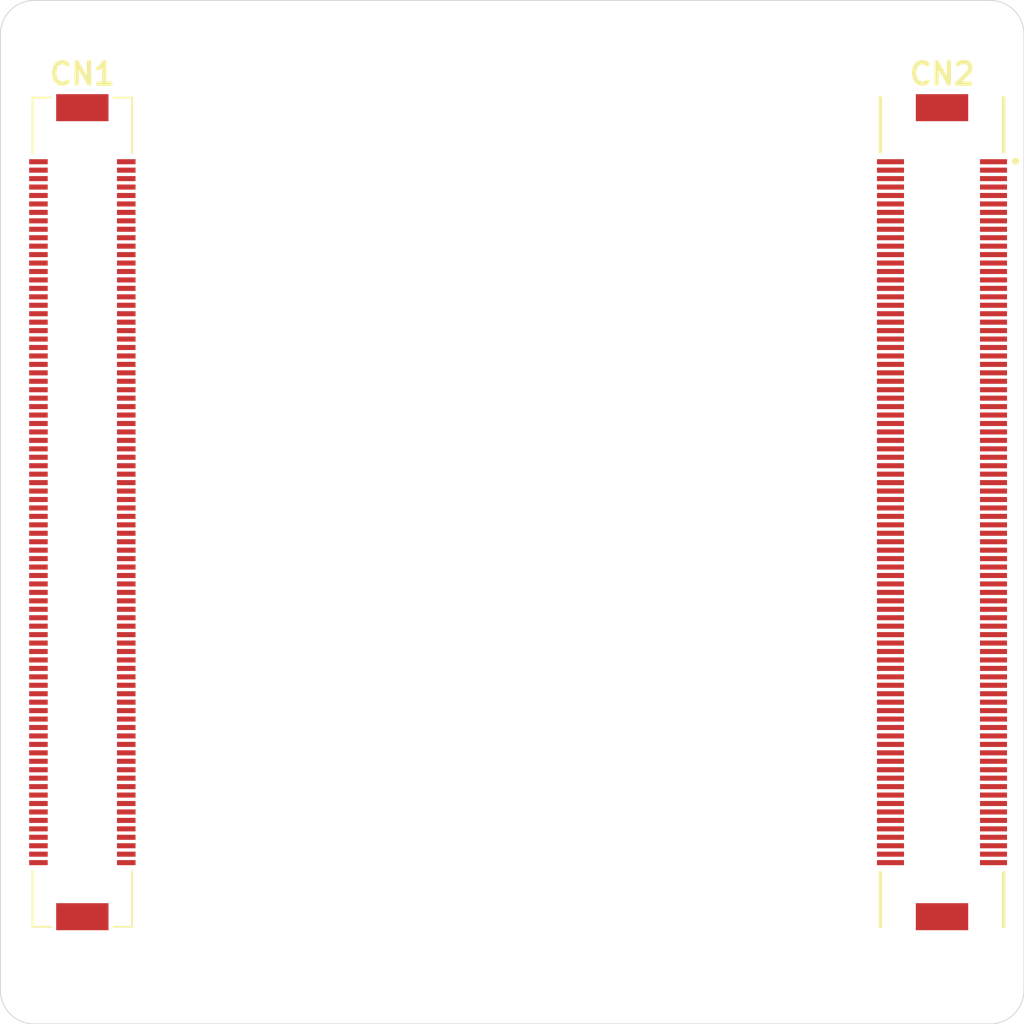
<source format=kicad_pcb>
(kicad_pcb (version 20171130) (host pcbnew "(5.1.2)-2")

  (general
    (thickness 1.6)
    (drawings 9)
    (tracks 0)
    (zones 0)
    (modules 2)
    (nets 341)
  )

  (page A4)
  (layers
    (0 F.Cu signal)
    (1 In1.Cu power)
    (2 In2.Cu mixed)
    (31 B.Cu signal)
    (32 B.Adhes user)
    (33 F.Adhes user)
    (34 B.Paste user)
    (35 F.Paste user)
    (36 B.SilkS user)
    (37 F.SilkS user)
    (38 B.Mask user)
    (39 F.Mask user)
    (40 Dwgs.User user)
    (41 Cmts.User user)
    (42 Eco1.User user)
    (43 Eco2.User user)
    (44 Edge.Cuts user)
    (45 Margin user)
    (46 B.CrtYd user)
    (47 F.CrtYd user)
    (48 B.Fab user)
    (49 F.Fab user)
  )

  (setup
    (last_trace_width 0.25)
    (trace_clearance 0.2)
    (zone_clearance 0.508)
    (zone_45_only no)
    (trace_min 0.2)
    (via_size 0.8)
    (via_drill 0.4)
    (via_min_size 0.4)
    (via_min_drill 0.3)
    (uvia_size 0.3)
    (uvia_drill 0.1)
    (uvias_allowed no)
    (uvia_min_size 0.2)
    (uvia_min_drill 0.1)
    (edge_width 0.05)
    (segment_width 0.2)
    (pcb_text_width 0.3)
    (pcb_text_size 1.5 1.5)
    (mod_edge_width 0.12)
    (mod_text_size 1 1)
    (mod_text_width 0.15)
    (pad_size 1.524 1.524)
    (pad_drill 0.762)
    (pad_to_mask_clearance 0.051)
    (solder_mask_min_width 0.25)
    (aux_axis_origin 0 0)
    (visible_elements 7FFFFFFF)
    (pcbplotparams
      (layerselection 0x010fc_ffffffff)
      (usegerberextensions false)
      (usegerberattributes false)
      (usegerberadvancedattributes false)
      (creategerberjobfile false)
      (excludeedgelayer true)
      (linewidth 0.100000)
      (plotframeref false)
      (viasonmask false)
      (mode 1)
      (useauxorigin false)
      (hpglpennumber 1)
      (hpglpenspeed 20)
      (hpglpendiameter 15.000000)
      (psnegative false)
      (psa4output false)
      (plotreference true)
      (plotvalue true)
      (plotinvisibletext false)
      (padsonsilk false)
      (subtractmaskfromsilk false)
      (outputformat 1)
      (mirror false)
      (drillshape 1)
      (scaleselection 1)
      (outputdirectory ""))
  )

  (net 0 "")
  (net 1 "Net-(CN1-Pad168)")
  (net 2 "Net-(CN1-Pad167)")
  (net 3 "Net-(CN1-Pad166)")
  (net 4 "Net-(CN1-Pad165)")
  (net 5 "Net-(CN1-Pad164)")
  (net 6 "Net-(CN1-Pad163)")
  (net 7 "Net-(CN1-Pad162)")
  (net 8 "Net-(CN1-Pad161)")
  (net 9 "Net-(CN1-Pad160)")
  (net 10 "Net-(CN1-Pad159)")
  (net 11 "Net-(CN1-Pad158)")
  (net 12 "Net-(CN1-Pad157)")
  (net 13 "Net-(CN1-Pad156)")
  (net 14 "Net-(CN1-Pad155)")
  (net 15 "Net-(CN1-Pad154)")
  (net 16 "Net-(CN1-Pad153)")
  (net 17 "Net-(CN1-Pad152)")
  (net 18 "Net-(CN1-Pad151)")
  (net 19 "Net-(CN1-Pad150)")
  (net 20 "Net-(CN1-Pad149)")
  (net 21 "Net-(CN1-Pad148)")
  (net 22 "Net-(CN1-Pad147)")
  (net 23 "Net-(CN1-Pad146)")
  (net 24 "Net-(CN1-Pad145)")
  (net 25 "Net-(CN1-Pad144)")
  (net 26 "Net-(CN1-Pad143)")
  (net 27 "Net-(CN1-Pad142)")
  (net 28 "Net-(CN1-Pad141)")
  (net 29 "Net-(CN1-Pad140)")
  (net 30 "Net-(CN1-Pad139)")
  (net 31 "Net-(CN1-Pad138)")
  (net 32 "Net-(CN1-Pad137)")
  (net 33 "Net-(CN1-Pad136)")
  (net 34 "Net-(CN1-Pad135)")
  (net 35 "Net-(CN1-Pad134)")
  (net 36 "Net-(CN1-Pad133)")
  (net 37 "Net-(CN1-Pad132)")
  (net 38 "Net-(CN1-Pad131)")
  (net 39 "Net-(CN1-Pad130)")
  (net 40 "Net-(CN1-Pad129)")
  (net 41 "Net-(CN1-Pad128)")
  (net 42 "Net-(CN1-Pad127)")
  (net 43 "Net-(CN1-Pad126)")
  (net 44 "Net-(CN1-Pad125)")
  (net 45 "Net-(CN1-Pad124)")
  (net 46 "Net-(CN1-Pad123)")
  (net 47 "Net-(CN1-Pad122)")
  (net 48 "Net-(CN1-Pad121)")
  (net 49 "Net-(CN1-Pad120)")
  (net 50 "Net-(CN1-Pad119)")
  (net 51 "Net-(CN1-Pad118)")
  (net 52 "Net-(CN1-Pad117)")
  (net 53 "Net-(CN1-Pad116)")
  (net 54 "Net-(CN1-Pad115)")
  (net 55 "Net-(CN1-Pad114)")
  (net 56 "Net-(CN1-Pad113)")
  (net 57 "Net-(CN1-Pad112)")
  (net 58 "Net-(CN1-Pad111)")
  (net 59 "Net-(CN1-Pad110)")
  (net 60 "Net-(CN1-Pad109)")
  (net 61 "Net-(CN1-Pad108)")
  (net 62 "Net-(CN1-Pad107)")
  (net 63 "Net-(CN1-Pad106)")
  (net 64 "Net-(CN1-Pad105)")
  (net 65 "Net-(CN1-Pad104)")
  (net 66 "Net-(CN1-Pad103)")
  (net 67 "Net-(CN1-Pad102)")
  (net 68 "Net-(CN1-Pad101)")
  (net 69 "Net-(CN1-Pad100)")
  (net 70 "Net-(CN1-Pad99)")
  (net 71 "Net-(CN1-Pad98)")
  (net 72 "Net-(CN1-Pad97)")
  (net 73 "Net-(CN1-Pad96)")
  (net 74 "Net-(CN1-Pad95)")
  (net 75 "Net-(CN1-Pad94)")
  (net 76 "Net-(CN1-Pad93)")
  (net 77 "Net-(CN1-Pad92)")
  (net 78 "Net-(CN1-Pad91)")
  (net 79 "Net-(CN1-Pad90)")
  (net 80 "Net-(CN1-Pad89)")
  (net 81 "Net-(CN1-Pad88)")
  (net 82 "Net-(CN1-Pad87)")
  (net 83 "Net-(CN1-Pad86)")
  (net 84 "Net-(CN1-Pad85)")
  (net 85 "Net-(CN1-Pad84)")
  (net 86 "Net-(CN1-Pad83)")
  (net 87 "Net-(CN1-Pad82)")
  (net 88 "Net-(CN1-Pad81)")
  (net 89 "Net-(CN1-Pad80)")
  (net 90 "Net-(CN1-Pad79)")
  (net 91 "Net-(CN1-Pad78)")
  (net 92 "Net-(CN1-Pad77)")
  (net 93 "Net-(CN1-Pad76)")
  (net 94 "Net-(CN1-Pad75)")
  (net 95 "Net-(CN1-Pad74)")
  (net 96 "Net-(CN1-Pad73)")
  (net 97 "Net-(CN1-Pad72)")
  (net 98 "Net-(CN1-Pad71)")
  (net 99 "Net-(CN1-Pad70)")
  (net 100 "Net-(CN1-Pad69)")
  (net 101 "Net-(CN1-Pad68)")
  (net 102 "Net-(CN1-Pad67)")
  (net 103 "Net-(CN1-Pad66)")
  (net 104 "Net-(CN1-Pad65)")
  (net 105 "Net-(CN1-Pad64)")
  (net 106 "Net-(CN1-Pad63)")
  (net 107 "Net-(CN1-Pad62)")
  (net 108 "Net-(CN1-Pad61)")
  (net 109 "Net-(CN1-Pad60)")
  (net 110 "Net-(CN1-Pad59)")
  (net 111 "Net-(CN1-Pad58)")
  (net 112 "Net-(CN1-Pad57)")
  (net 113 "Net-(CN1-Pad56)")
  (net 114 "Net-(CN1-Pad55)")
  (net 115 "Net-(CN1-Pad54)")
  (net 116 "Net-(CN1-Pad53)")
  (net 117 "Net-(CN1-Pad52)")
  (net 118 "Net-(CN1-Pad51)")
  (net 119 "Net-(CN1-Pad50)")
  (net 120 "Net-(CN1-Pad49)")
  (net 121 "Net-(CN1-Pad48)")
  (net 122 "Net-(CN1-Pad47)")
  (net 123 "Net-(CN1-Pad46)")
  (net 124 "Net-(CN1-Pad45)")
  (net 125 "Net-(CN1-Pad44)")
  (net 126 "Net-(CN1-Pad43)")
  (net 127 "Net-(CN1-Pad42)")
  (net 128 "Net-(CN1-Pad41)")
  (net 129 "Net-(CN1-Pad40)")
  (net 130 "Net-(CN1-Pad39)")
  (net 131 "Net-(CN1-Pad38)")
  (net 132 "Net-(CN1-Pad37)")
  (net 133 "Net-(CN1-Pad36)")
  (net 134 "Net-(CN1-Pad35)")
  (net 135 "Net-(CN1-Pad34)")
  (net 136 "Net-(CN1-Pad33)")
  (net 137 "Net-(CN1-Pad32)")
  (net 138 "Net-(CN1-Pad31)")
  (net 139 "Net-(CN1-Pad30)")
  (net 140 "Net-(CN1-Pad29)")
  (net 141 "Net-(CN1-Pad28)")
  (net 142 "Net-(CN1-Pad27)")
  (net 143 "Net-(CN1-Pad26)")
  (net 144 "Net-(CN1-Pad25)")
  (net 145 "Net-(CN1-Pad24)")
  (net 146 "Net-(CN1-Pad23)")
  (net 147 "Net-(CN1-Pad22)")
  (net 148 "Net-(CN1-Pad21)")
  (net 149 "Net-(CN1-Pad20)")
  (net 150 "Net-(CN1-Pad19)")
  (net 151 "Net-(CN1-Pad18)")
  (net 152 "Net-(CN1-Pad17)")
  (net 153 "Net-(CN1-Pad16)")
  (net 154 "Net-(CN1-Pad15)")
  (net 155 "Net-(CN1-Pad14)")
  (net 156 "Net-(CN1-Pad13)")
  (net 157 "Net-(CN1-Pad12)")
  (net 158 "Net-(CN1-Pad11)")
  (net 159 "Net-(CN1-Pad10)")
  (net 160 "Net-(CN1-Pad9)")
  (net 161 "Net-(CN1-Pad8)")
  (net 162 "Net-(CN1-Pad7)")
  (net 163 "Net-(CN1-Pad6)")
  (net 164 "Net-(CN1-Pad5)")
  (net 165 "Net-(CN1-Pad4)")
  (net 166 "Net-(CN1-Pad3)")
  (net 167 "Net-(CN1-Pad2)")
  (net 168 "Net-(CN1-Pad1)")
  (net 169 "Net-(CN2-Pad168)")
  (net 170 "Net-(CN2-Pad167)")
  (net 171 "Net-(CN2-Pad166)")
  (net 172 "Net-(CN2-Pad165)")
  (net 173 "Net-(CN2-Pad164)")
  (net 174 "Net-(CN2-Pad163)")
  (net 175 "Net-(CN2-Pad162)")
  (net 176 "Net-(CN2-Pad161)")
  (net 177 "Net-(CN2-Pad160)")
  (net 178 "Net-(CN2-Pad159)")
  (net 179 "Net-(CN2-Pad158)")
  (net 180 "Net-(CN2-Pad157)")
  (net 181 "Net-(CN2-Pad156)")
  (net 182 "Net-(CN2-Pad155)")
  (net 183 "Net-(CN2-Pad154)")
  (net 184 "Net-(CN2-Pad153)")
  (net 185 "Net-(CN2-Pad152)")
  (net 186 "Net-(CN2-Pad151)")
  (net 187 "Net-(CN2-Pad150)")
  (net 188 "Net-(CN2-Pad149)")
  (net 189 "Net-(CN2-Pad148)")
  (net 190 "Net-(CN2-Pad147)")
  (net 191 "Net-(CN2-Pad146)")
  (net 192 "Net-(CN2-Pad145)")
  (net 193 "Net-(CN2-Pad144)")
  (net 194 "Net-(CN2-Pad143)")
  (net 195 "Net-(CN2-Pad142)")
  (net 196 "Net-(CN2-Pad141)")
  (net 197 "Net-(CN2-Pad140)")
  (net 198 "Net-(CN2-Pad139)")
  (net 199 "Net-(CN2-Pad138)")
  (net 200 "Net-(CN2-Pad137)")
  (net 201 "Net-(CN2-Pad136)")
  (net 202 "Net-(CN2-Pad135)")
  (net 203 "Net-(CN2-Pad134)")
  (net 204 "Net-(CN2-Pad133)")
  (net 205 "Net-(CN2-Pad132)")
  (net 206 "Net-(CN2-Pad131)")
  (net 207 "Net-(CN2-Pad130)")
  (net 208 "Net-(CN2-Pad129)")
  (net 209 "Net-(CN2-Pad128)")
  (net 210 "Net-(CN2-Pad127)")
  (net 211 "Net-(CN2-Pad126)")
  (net 212 "Net-(CN2-Pad125)")
  (net 213 "Net-(CN2-Pad124)")
  (net 214 "Net-(CN2-Pad123)")
  (net 215 "Net-(CN2-Pad122)")
  (net 216 "Net-(CN2-Pad121)")
  (net 217 "Net-(CN2-Pad120)")
  (net 218 "Net-(CN2-Pad119)")
  (net 219 "Net-(CN2-Pad118)")
  (net 220 "Net-(CN2-Pad117)")
  (net 221 "Net-(CN2-Pad116)")
  (net 222 "Net-(CN2-Pad115)")
  (net 223 "Net-(CN2-Pad114)")
  (net 224 "Net-(CN2-Pad113)")
  (net 225 "Net-(CN2-Pad112)")
  (net 226 "Net-(CN2-Pad111)")
  (net 227 "Net-(CN2-Pad110)")
  (net 228 "Net-(CN2-Pad109)")
  (net 229 "Net-(CN2-Pad108)")
  (net 230 "Net-(CN2-Pad107)")
  (net 231 "Net-(CN2-Pad106)")
  (net 232 "Net-(CN2-Pad105)")
  (net 233 "Net-(CN2-Pad104)")
  (net 234 "Net-(CN2-Pad103)")
  (net 235 "Net-(CN2-Pad102)")
  (net 236 "Net-(CN2-Pad101)")
  (net 237 "Net-(CN2-Pad100)")
  (net 238 "Net-(CN2-Pad99)")
  (net 239 "Net-(CN2-Pad98)")
  (net 240 "Net-(CN2-Pad97)")
  (net 241 "Net-(CN2-Pad96)")
  (net 242 "Net-(CN2-Pad95)")
  (net 243 "Net-(CN2-Pad94)")
  (net 244 "Net-(CN2-Pad93)")
  (net 245 "Net-(CN2-Pad92)")
  (net 246 "Net-(CN2-Pad91)")
  (net 247 "Net-(CN2-Pad90)")
  (net 248 "Net-(CN2-Pad89)")
  (net 249 "Net-(CN2-Pad88)")
  (net 250 "Net-(CN2-Pad87)")
  (net 251 "Net-(CN2-Pad86)")
  (net 252 "Net-(CN2-Pad85)")
  (net 253 "Net-(CN2-Pad84)")
  (net 254 "Net-(CN2-Pad83)")
  (net 255 "Net-(CN2-Pad82)")
  (net 256 "Net-(CN2-Pad81)")
  (net 257 "Net-(CN2-Pad80)")
  (net 258 "Net-(CN2-Pad79)")
  (net 259 "Net-(CN2-Pad78)")
  (net 260 "Net-(CN2-Pad77)")
  (net 261 "Net-(CN2-Pad76)")
  (net 262 "Net-(CN2-Pad75)")
  (net 263 "Net-(CN2-Pad74)")
  (net 264 "Net-(CN2-Pad73)")
  (net 265 "Net-(CN2-Pad72)")
  (net 266 "Net-(CN2-Pad71)")
  (net 267 "Net-(CN2-Pad70)")
  (net 268 "Net-(CN2-Pad69)")
  (net 269 "Net-(CN2-Pad68)")
  (net 270 "Net-(CN2-Pad67)")
  (net 271 "Net-(CN2-Pad66)")
  (net 272 "Net-(CN2-Pad65)")
  (net 273 "Net-(CN2-Pad64)")
  (net 274 "Net-(CN2-Pad63)")
  (net 275 "Net-(CN2-Pad62)")
  (net 276 "Net-(CN2-Pad61)")
  (net 277 "Net-(CN2-Pad60)")
  (net 278 "Net-(CN2-Pad59)")
  (net 279 "Net-(CN2-Pad58)")
  (net 280 "Net-(CN2-Pad57)")
  (net 281 "Net-(CN2-Pad56)")
  (net 282 "Net-(CN2-Pad55)")
  (net 283 "Net-(CN2-Pad54)")
  (net 284 "Net-(CN2-Pad53)")
  (net 285 "Net-(CN2-Pad52)")
  (net 286 "Net-(CN2-Pad51)")
  (net 287 "Net-(CN2-Pad50)")
  (net 288 "Net-(CN2-Pad49)")
  (net 289 "Net-(CN2-Pad48)")
  (net 290 "Net-(CN2-Pad47)")
  (net 291 "Net-(CN2-Pad46)")
  (net 292 "Net-(CN2-Pad45)")
  (net 293 "Net-(CN2-Pad44)")
  (net 294 "Net-(CN2-Pad43)")
  (net 295 "Net-(CN2-Pad42)")
  (net 296 "Net-(CN2-Pad41)")
  (net 297 "Net-(CN2-Pad40)")
  (net 298 "Net-(CN2-Pad39)")
  (net 299 "Net-(CN2-Pad38)")
  (net 300 "Net-(CN2-Pad37)")
  (net 301 "Net-(CN2-Pad36)")
  (net 302 "Net-(CN2-Pad35)")
  (net 303 "Net-(CN2-Pad34)")
  (net 304 "Net-(CN2-Pad33)")
  (net 305 "Net-(CN2-Pad32)")
  (net 306 "Net-(CN2-Pad31)")
  (net 307 "Net-(CN2-Pad30)")
  (net 308 "Net-(CN2-Pad29)")
  (net 309 "Net-(CN2-Pad28)")
  (net 310 "Net-(CN2-Pad27)")
  (net 311 "Net-(CN2-Pad26)")
  (net 312 "Net-(CN2-Pad25)")
  (net 313 "Net-(CN2-Pad24)")
  (net 314 "Net-(CN2-Pad23)")
  (net 315 "Net-(CN2-Pad22)")
  (net 316 "Net-(CN2-Pad21)")
  (net 317 "Net-(CN2-Pad20)")
  (net 318 "Net-(CN2-Pad19)")
  (net 319 "Net-(CN2-Pad18)")
  (net 320 "Net-(CN2-Pad17)")
  (net 321 "Net-(CN2-Pad16)")
  (net 322 "Net-(CN2-Pad15)")
  (net 323 "Net-(CN2-Pad14)")
  (net 324 "Net-(CN2-Pad13)")
  (net 325 "Net-(CN2-Pad12)")
  (net 326 "Net-(CN2-Pad11)")
  (net 327 "Net-(CN2-Pad10)")
  (net 328 "Net-(CN2-Pad9)")
  (net 329 "Net-(CN2-Pad8)")
  (net 330 "Net-(CN2-Pad7)")
  (net 331 "Net-(CN2-Pad6)")
  (net 332 "Net-(CN2-Pad5)")
  (net 333 "Net-(CN2-Pad4)")
  (net 334 "Net-(CN2-Pad3)")
  (net 335 "Net-(CN2-Pad2)")
  (net 336 "Net-(CN2-Pad1)")
  (net 337 "Net-(CN1-PadMP2)")
  (net 338 "Net-(CN1-PadMP1)")
  (net 339 "Net-(CN2-PadMP2)")
  (net 340 "Net-(CN2-PadMP1)")

  (net_class Default "This is the default net class."
    (clearance 0.2)
    (trace_width 0.25)
    (via_dia 0.8)
    (via_drill 0.4)
    (uvia_dia 0.3)
    (uvia_drill 0.1)
    (add_net "Net-(CN1-Pad1)")
    (add_net "Net-(CN1-Pad10)")
    (add_net "Net-(CN1-Pad100)")
    (add_net "Net-(CN1-Pad101)")
    (add_net "Net-(CN1-Pad102)")
    (add_net "Net-(CN1-Pad103)")
    (add_net "Net-(CN1-Pad104)")
    (add_net "Net-(CN1-Pad105)")
    (add_net "Net-(CN1-Pad106)")
    (add_net "Net-(CN1-Pad107)")
    (add_net "Net-(CN1-Pad108)")
    (add_net "Net-(CN1-Pad109)")
    (add_net "Net-(CN1-Pad11)")
    (add_net "Net-(CN1-Pad110)")
    (add_net "Net-(CN1-Pad111)")
    (add_net "Net-(CN1-Pad112)")
    (add_net "Net-(CN1-Pad113)")
    (add_net "Net-(CN1-Pad114)")
    (add_net "Net-(CN1-Pad115)")
    (add_net "Net-(CN1-Pad116)")
    (add_net "Net-(CN1-Pad117)")
    (add_net "Net-(CN1-Pad118)")
    (add_net "Net-(CN1-Pad119)")
    (add_net "Net-(CN1-Pad12)")
    (add_net "Net-(CN1-Pad120)")
    (add_net "Net-(CN1-Pad121)")
    (add_net "Net-(CN1-Pad122)")
    (add_net "Net-(CN1-Pad123)")
    (add_net "Net-(CN1-Pad124)")
    (add_net "Net-(CN1-Pad125)")
    (add_net "Net-(CN1-Pad126)")
    (add_net "Net-(CN1-Pad127)")
    (add_net "Net-(CN1-Pad128)")
    (add_net "Net-(CN1-Pad129)")
    (add_net "Net-(CN1-Pad13)")
    (add_net "Net-(CN1-Pad130)")
    (add_net "Net-(CN1-Pad131)")
    (add_net "Net-(CN1-Pad132)")
    (add_net "Net-(CN1-Pad133)")
    (add_net "Net-(CN1-Pad134)")
    (add_net "Net-(CN1-Pad135)")
    (add_net "Net-(CN1-Pad136)")
    (add_net "Net-(CN1-Pad137)")
    (add_net "Net-(CN1-Pad138)")
    (add_net "Net-(CN1-Pad139)")
    (add_net "Net-(CN1-Pad14)")
    (add_net "Net-(CN1-Pad140)")
    (add_net "Net-(CN1-Pad141)")
    (add_net "Net-(CN1-Pad142)")
    (add_net "Net-(CN1-Pad143)")
    (add_net "Net-(CN1-Pad144)")
    (add_net "Net-(CN1-Pad145)")
    (add_net "Net-(CN1-Pad146)")
    (add_net "Net-(CN1-Pad147)")
    (add_net "Net-(CN1-Pad148)")
    (add_net "Net-(CN1-Pad149)")
    (add_net "Net-(CN1-Pad15)")
    (add_net "Net-(CN1-Pad150)")
    (add_net "Net-(CN1-Pad151)")
    (add_net "Net-(CN1-Pad152)")
    (add_net "Net-(CN1-Pad153)")
    (add_net "Net-(CN1-Pad154)")
    (add_net "Net-(CN1-Pad155)")
    (add_net "Net-(CN1-Pad156)")
    (add_net "Net-(CN1-Pad157)")
    (add_net "Net-(CN1-Pad158)")
    (add_net "Net-(CN1-Pad159)")
    (add_net "Net-(CN1-Pad16)")
    (add_net "Net-(CN1-Pad160)")
    (add_net "Net-(CN1-Pad161)")
    (add_net "Net-(CN1-Pad162)")
    (add_net "Net-(CN1-Pad163)")
    (add_net "Net-(CN1-Pad164)")
    (add_net "Net-(CN1-Pad165)")
    (add_net "Net-(CN1-Pad166)")
    (add_net "Net-(CN1-Pad167)")
    (add_net "Net-(CN1-Pad168)")
    (add_net "Net-(CN1-Pad17)")
    (add_net "Net-(CN1-Pad18)")
    (add_net "Net-(CN1-Pad19)")
    (add_net "Net-(CN1-Pad2)")
    (add_net "Net-(CN1-Pad20)")
    (add_net "Net-(CN1-Pad21)")
    (add_net "Net-(CN1-Pad22)")
    (add_net "Net-(CN1-Pad23)")
    (add_net "Net-(CN1-Pad24)")
    (add_net "Net-(CN1-Pad25)")
    (add_net "Net-(CN1-Pad26)")
    (add_net "Net-(CN1-Pad27)")
    (add_net "Net-(CN1-Pad28)")
    (add_net "Net-(CN1-Pad29)")
    (add_net "Net-(CN1-Pad3)")
    (add_net "Net-(CN1-Pad30)")
    (add_net "Net-(CN1-Pad31)")
    (add_net "Net-(CN1-Pad32)")
    (add_net "Net-(CN1-Pad33)")
    (add_net "Net-(CN1-Pad34)")
    (add_net "Net-(CN1-Pad35)")
    (add_net "Net-(CN1-Pad36)")
    (add_net "Net-(CN1-Pad37)")
    (add_net "Net-(CN1-Pad38)")
    (add_net "Net-(CN1-Pad39)")
    (add_net "Net-(CN1-Pad4)")
    (add_net "Net-(CN1-Pad40)")
    (add_net "Net-(CN1-Pad41)")
    (add_net "Net-(CN1-Pad42)")
    (add_net "Net-(CN1-Pad43)")
    (add_net "Net-(CN1-Pad44)")
    (add_net "Net-(CN1-Pad45)")
    (add_net "Net-(CN1-Pad46)")
    (add_net "Net-(CN1-Pad47)")
    (add_net "Net-(CN1-Pad48)")
    (add_net "Net-(CN1-Pad49)")
    (add_net "Net-(CN1-Pad5)")
    (add_net "Net-(CN1-Pad50)")
    (add_net "Net-(CN1-Pad51)")
    (add_net "Net-(CN1-Pad52)")
    (add_net "Net-(CN1-Pad53)")
    (add_net "Net-(CN1-Pad54)")
    (add_net "Net-(CN1-Pad55)")
    (add_net "Net-(CN1-Pad56)")
    (add_net "Net-(CN1-Pad57)")
    (add_net "Net-(CN1-Pad58)")
    (add_net "Net-(CN1-Pad59)")
    (add_net "Net-(CN1-Pad6)")
    (add_net "Net-(CN1-Pad60)")
    (add_net "Net-(CN1-Pad61)")
    (add_net "Net-(CN1-Pad62)")
    (add_net "Net-(CN1-Pad63)")
    (add_net "Net-(CN1-Pad64)")
    (add_net "Net-(CN1-Pad65)")
    (add_net "Net-(CN1-Pad66)")
    (add_net "Net-(CN1-Pad67)")
    (add_net "Net-(CN1-Pad68)")
    (add_net "Net-(CN1-Pad69)")
    (add_net "Net-(CN1-Pad7)")
    (add_net "Net-(CN1-Pad70)")
    (add_net "Net-(CN1-Pad71)")
    (add_net "Net-(CN1-Pad72)")
    (add_net "Net-(CN1-Pad73)")
    (add_net "Net-(CN1-Pad74)")
    (add_net "Net-(CN1-Pad75)")
    (add_net "Net-(CN1-Pad76)")
    (add_net "Net-(CN1-Pad77)")
    (add_net "Net-(CN1-Pad78)")
    (add_net "Net-(CN1-Pad79)")
    (add_net "Net-(CN1-Pad8)")
    (add_net "Net-(CN1-Pad80)")
    (add_net "Net-(CN1-Pad81)")
    (add_net "Net-(CN1-Pad82)")
    (add_net "Net-(CN1-Pad83)")
    (add_net "Net-(CN1-Pad84)")
    (add_net "Net-(CN1-Pad85)")
    (add_net "Net-(CN1-Pad86)")
    (add_net "Net-(CN1-Pad87)")
    (add_net "Net-(CN1-Pad88)")
    (add_net "Net-(CN1-Pad89)")
    (add_net "Net-(CN1-Pad9)")
    (add_net "Net-(CN1-Pad90)")
    (add_net "Net-(CN1-Pad91)")
    (add_net "Net-(CN1-Pad92)")
    (add_net "Net-(CN1-Pad93)")
    (add_net "Net-(CN1-Pad94)")
    (add_net "Net-(CN1-Pad95)")
    (add_net "Net-(CN1-Pad96)")
    (add_net "Net-(CN1-Pad97)")
    (add_net "Net-(CN1-Pad98)")
    (add_net "Net-(CN1-Pad99)")
    (add_net "Net-(CN1-PadMP1)")
    (add_net "Net-(CN1-PadMP2)")
    (add_net "Net-(CN2-Pad1)")
    (add_net "Net-(CN2-Pad10)")
    (add_net "Net-(CN2-Pad100)")
    (add_net "Net-(CN2-Pad101)")
    (add_net "Net-(CN2-Pad102)")
    (add_net "Net-(CN2-Pad103)")
    (add_net "Net-(CN2-Pad104)")
    (add_net "Net-(CN2-Pad105)")
    (add_net "Net-(CN2-Pad106)")
    (add_net "Net-(CN2-Pad107)")
    (add_net "Net-(CN2-Pad108)")
    (add_net "Net-(CN2-Pad109)")
    (add_net "Net-(CN2-Pad11)")
    (add_net "Net-(CN2-Pad110)")
    (add_net "Net-(CN2-Pad111)")
    (add_net "Net-(CN2-Pad112)")
    (add_net "Net-(CN2-Pad113)")
    (add_net "Net-(CN2-Pad114)")
    (add_net "Net-(CN2-Pad115)")
    (add_net "Net-(CN2-Pad116)")
    (add_net "Net-(CN2-Pad117)")
    (add_net "Net-(CN2-Pad118)")
    (add_net "Net-(CN2-Pad119)")
    (add_net "Net-(CN2-Pad12)")
    (add_net "Net-(CN2-Pad120)")
    (add_net "Net-(CN2-Pad121)")
    (add_net "Net-(CN2-Pad122)")
    (add_net "Net-(CN2-Pad123)")
    (add_net "Net-(CN2-Pad124)")
    (add_net "Net-(CN2-Pad125)")
    (add_net "Net-(CN2-Pad126)")
    (add_net "Net-(CN2-Pad127)")
    (add_net "Net-(CN2-Pad128)")
    (add_net "Net-(CN2-Pad129)")
    (add_net "Net-(CN2-Pad13)")
    (add_net "Net-(CN2-Pad130)")
    (add_net "Net-(CN2-Pad131)")
    (add_net "Net-(CN2-Pad132)")
    (add_net "Net-(CN2-Pad133)")
    (add_net "Net-(CN2-Pad134)")
    (add_net "Net-(CN2-Pad135)")
    (add_net "Net-(CN2-Pad136)")
    (add_net "Net-(CN2-Pad137)")
    (add_net "Net-(CN2-Pad138)")
    (add_net "Net-(CN2-Pad139)")
    (add_net "Net-(CN2-Pad14)")
    (add_net "Net-(CN2-Pad140)")
    (add_net "Net-(CN2-Pad141)")
    (add_net "Net-(CN2-Pad142)")
    (add_net "Net-(CN2-Pad143)")
    (add_net "Net-(CN2-Pad144)")
    (add_net "Net-(CN2-Pad145)")
    (add_net "Net-(CN2-Pad146)")
    (add_net "Net-(CN2-Pad147)")
    (add_net "Net-(CN2-Pad148)")
    (add_net "Net-(CN2-Pad149)")
    (add_net "Net-(CN2-Pad15)")
    (add_net "Net-(CN2-Pad150)")
    (add_net "Net-(CN2-Pad151)")
    (add_net "Net-(CN2-Pad152)")
    (add_net "Net-(CN2-Pad153)")
    (add_net "Net-(CN2-Pad154)")
    (add_net "Net-(CN2-Pad155)")
    (add_net "Net-(CN2-Pad156)")
    (add_net "Net-(CN2-Pad157)")
    (add_net "Net-(CN2-Pad158)")
    (add_net "Net-(CN2-Pad159)")
    (add_net "Net-(CN2-Pad16)")
    (add_net "Net-(CN2-Pad160)")
    (add_net "Net-(CN2-Pad161)")
    (add_net "Net-(CN2-Pad162)")
    (add_net "Net-(CN2-Pad163)")
    (add_net "Net-(CN2-Pad164)")
    (add_net "Net-(CN2-Pad165)")
    (add_net "Net-(CN2-Pad166)")
    (add_net "Net-(CN2-Pad167)")
    (add_net "Net-(CN2-Pad168)")
    (add_net "Net-(CN2-Pad17)")
    (add_net "Net-(CN2-Pad18)")
    (add_net "Net-(CN2-Pad19)")
    (add_net "Net-(CN2-Pad2)")
    (add_net "Net-(CN2-Pad20)")
    (add_net "Net-(CN2-Pad21)")
    (add_net "Net-(CN2-Pad22)")
    (add_net "Net-(CN2-Pad23)")
    (add_net "Net-(CN2-Pad24)")
    (add_net "Net-(CN2-Pad25)")
    (add_net "Net-(CN2-Pad26)")
    (add_net "Net-(CN2-Pad27)")
    (add_net "Net-(CN2-Pad28)")
    (add_net "Net-(CN2-Pad29)")
    (add_net "Net-(CN2-Pad3)")
    (add_net "Net-(CN2-Pad30)")
    (add_net "Net-(CN2-Pad31)")
    (add_net "Net-(CN2-Pad32)")
    (add_net "Net-(CN2-Pad33)")
    (add_net "Net-(CN2-Pad34)")
    (add_net "Net-(CN2-Pad35)")
    (add_net "Net-(CN2-Pad36)")
    (add_net "Net-(CN2-Pad37)")
    (add_net "Net-(CN2-Pad38)")
    (add_net "Net-(CN2-Pad39)")
    (add_net "Net-(CN2-Pad4)")
    (add_net "Net-(CN2-Pad40)")
    (add_net "Net-(CN2-Pad41)")
    (add_net "Net-(CN2-Pad42)")
    (add_net "Net-(CN2-Pad43)")
    (add_net "Net-(CN2-Pad44)")
    (add_net "Net-(CN2-Pad45)")
    (add_net "Net-(CN2-Pad46)")
    (add_net "Net-(CN2-Pad47)")
    (add_net "Net-(CN2-Pad48)")
    (add_net "Net-(CN2-Pad49)")
    (add_net "Net-(CN2-Pad5)")
    (add_net "Net-(CN2-Pad50)")
    (add_net "Net-(CN2-Pad51)")
    (add_net "Net-(CN2-Pad52)")
    (add_net "Net-(CN2-Pad53)")
    (add_net "Net-(CN2-Pad54)")
    (add_net "Net-(CN2-Pad55)")
    (add_net "Net-(CN2-Pad56)")
    (add_net "Net-(CN2-Pad57)")
    (add_net "Net-(CN2-Pad58)")
    (add_net "Net-(CN2-Pad59)")
    (add_net "Net-(CN2-Pad6)")
    (add_net "Net-(CN2-Pad60)")
    (add_net "Net-(CN2-Pad61)")
    (add_net "Net-(CN2-Pad62)")
    (add_net "Net-(CN2-Pad63)")
    (add_net "Net-(CN2-Pad64)")
    (add_net "Net-(CN2-Pad65)")
    (add_net "Net-(CN2-Pad66)")
    (add_net "Net-(CN2-Pad67)")
    (add_net "Net-(CN2-Pad68)")
    (add_net "Net-(CN2-Pad69)")
    (add_net "Net-(CN2-Pad7)")
    (add_net "Net-(CN2-Pad70)")
    (add_net "Net-(CN2-Pad71)")
    (add_net "Net-(CN2-Pad72)")
    (add_net "Net-(CN2-Pad73)")
    (add_net "Net-(CN2-Pad74)")
    (add_net "Net-(CN2-Pad75)")
    (add_net "Net-(CN2-Pad76)")
    (add_net "Net-(CN2-Pad77)")
    (add_net "Net-(CN2-Pad78)")
    (add_net "Net-(CN2-Pad79)")
    (add_net "Net-(CN2-Pad8)")
    (add_net "Net-(CN2-Pad80)")
    (add_net "Net-(CN2-Pad81)")
    (add_net "Net-(CN2-Pad82)")
    (add_net "Net-(CN2-Pad83)")
    (add_net "Net-(CN2-Pad84)")
    (add_net "Net-(CN2-Pad85)")
    (add_net "Net-(CN2-Pad86)")
    (add_net "Net-(CN2-Pad87)")
    (add_net "Net-(CN2-Pad88)")
    (add_net "Net-(CN2-Pad89)")
    (add_net "Net-(CN2-Pad9)")
    (add_net "Net-(CN2-Pad90)")
    (add_net "Net-(CN2-Pad91)")
    (add_net "Net-(CN2-Pad92)")
    (add_net "Net-(CN2-Pad93)")
    (add_net "Net-(CN2-Pad94)")
    (add_net "Net-(CN2-Pad95)")
    (add_net "Net-(CN2-Pad96)")
    (add_net "Net-(CN2-Pad97)")
    (add_net "Net-(CN2-Pad98)")
    (add_net "Net-(CN2-Pad99)")
    (add_net "Net-(CN2-PadMP1)")
    (add_net "Net-(CN2-PadMP2)")
  )

  (module FX10A-168S-SV:FX10A-168S-SV (layer F.Cu) (tedit 0) (tstamp 5ED3F31A)
    (at 175.75 100.3 270)
    (descr FX10A-168S-SV)
    (tags Connector)
    (path /5ED4F39D)
    (fp_text reference CN2 (at -25.95 -0.014 180) (layer F.SilkS)
      (effects (font (size 1.27 1.27) (thickness 0.254)))
    )
    (fp_text value FX10A-168S-SV (at -0.372 -0.014 90) (layer F.SilkS) hide
      (effects (font (size 1.27 1.27) (thickness 0.254)))
    )
    (fp_circle (center -20.782 -4.355) (end -20.782 -4.345) (layer F.SilkS) (width 0.2))
    (fp_line (start -24.55 3.65) (end -21.336 3.65) (layer F.SilkS) (width 0.2))
    (fp_line (start 24.55 3.65) (end 21.336 3.65) (layer F.SilkS) (width 0.2))
    (fp_line (start 24.55 -3.65) (end 21.336 -3.65) (layer F.SilkS) (width 0.2))
    (fp_line (start -24.55 -3.65) (end -21.336 -3.65) (layer F.SilkS) (width 0.2))
    (fp_line (start -24.55 3.65) (end -24.55 -3.65) (layer F.Fab) (width 0.2))
    (fp_line (start 24.55 3.65) (end -24.55 3.65) (layer F.Fab) (width 0.2))
    (fp_line (start 24.55 -3.65) (end 24.55 3.65) (layer F.Fab) (width 0.2))
    (fp_line (start -24.55 -3.65) (end 24.55 -3.65) (layer F.Fab) (width 0.2))
    (fp_text user %R (at -25.95 0 180) (layer F.Fab)
      (effects (font (size 1.27 1.27) (thickness 0.254)))
    )
    (pad MP2 smd rect (at 23.95 0 270) (size 1.6 3.1) (layers F.Cu F.Paste F.Mask)
      (net 339 "Net-(CN2-PadMP2)"))
    (pad MP1 smd rect (at -23.95 0 270) (size 1.6 3.1) (layers F.Cu F.Paste F.Mask)
      (net 340 "Net-(CN2-PadMP1)"))
    (pad 170 np_thru_hole circle (at 22.2 0 270) (size 1.25 0) (drill 1.25) (layers *.Cu *.Mask))
    (pad 169 np_thru_hole circle (at -22.2 0 270) (size 1.25 0) (drill 1.25) (layers *.Cu *.Mask))
    (pad 168 smd rect (at 20.75 3.05 270) (size 0.3 1.6) (layers F.Cu F.Paste F.Mask)
      (net 169 "Net-(CN2-Pad168)"))
    (pad 166 smd rect (at 20.25 3.05 270) (size 0.3 1.6) (layers F.Cu F.Paste F.Mask)
      (net 171 "Net-(CN2-Pad166)"))
    (pad 164 smd rect (at 19.75 3.05 270) (size 0.3 1.6) (layers F.Cu F.Paste F.Mask)
      (net 173 "Net-(CN2-Pad164)"))
    (pad 162 smd rect (at 19.25 3.05 270) (size 0.3 1.6) (layers F.Cu F.Paste F.Mask)
      (net 175 "Net-(CN2-Pad162)"))
    (pad 160 smd rect (at 18.75 3.05 270) (size 0.3 1.6) (layers F.Cu F.Paste F.Mask)
      (net 177 "Net-(CN2-Pad160)"))
    (pad 158 smd rect (at 18.25 3.05 270) (size 0.3 1.6) (layers F.Cu F.Paste F.Mask)
      (net 179 "Net-(CN2-Pad158)"))
    (pad 156 smd rect (at 17.75 3.05 270) (size 0.3 1.6) (layers F.Cu F.Paste F.Mask)
      (net 181 "Net-(CN2-Pad156)"))
    (pad 154 smd rect (at 17.25 3.05 270) (size 0.3 1.6) (layers F.Cu F.Paste F.Mask)
      (net 183 "Net-(CN2-Pad154)"))
    (pad 152 smd rect (at 16.75 3.05 270) (size 0.3 1.6) (layers F.Cu F.Paste F.Mask)
      (net 185 "Net-(CN2-Pad152)"))
    (pad 150 smd rect (at 16.25 3.05 270) (size 0.3 1.6) (layers F.Cu F.Paste F.Mask)
      (net 187 "Net-(CN2-Pad150)"))
    (pad 148 smd rect (at 15.75 3.05 270) (size 0.3 1.6) (layers F.Cu F.Paste F.Mask)
      (net 189 "Net-(CN2-Pad148)"))
    (pad 146 smd rect (at 15.25 3.05 270) (size 0.3 1.6) (layers F.Cu F.Paste F.Mask)
      (net 191 "Net-(CN2-Pad146)"))
    (pad 144 smd rect (at 14.75 3.05 270) (size 0.3 1.6) (layers F.Cu F.Paste F.Mask)
      (net 193 "Net-(CN2-Pad144)"))
    (pad 142 smd rect (at 14.25 3.05 270) (size 0.3 1.6) (layers F.Cu F.Paste F.Mask)
      (net 195 "Net-(CN2-Pad142)"))
    (pad 140 smd rect (at 13.75 3.05 270) (size 0.3 1.6) (layers F.Cu F.Paste F.Mask)
      (net 197 "Net-(CN2-Pad140)"))
    (pad 138 smd rect (at 13.25 3.05 270) (size 0.3 1.6) (layers F.Cu F.Paste F.Mask)
      (net 199 "Net-(CN2-Pad138)"))
    (pad 136 smd rect (at 12.75 3.05 270) (size 0.3 1.6) (layers F.Cu F.Paste F.Mask)
      (net 201 "Net-(CN2-Pad136)"))
    (pad 134 smd rect (at 12.25 3.05 270) (size 0.3 1.6) (layers F.Cu F.Paste F.Mask)
      (net 203 "Net-(CN2-Pad134)"))
    (pad 132 smd rect (at 11.75 3.05 270) (size 0.3 1.6) (layers F.Cu F.Paste F.Mask)
      (net 205 "Net-(CN2-Pad132)"))
    (pad 130 smd rect (at 11.25 3.05 270) (size 0.3 1.6) (layers F.Cu F.Paste F.Mask)
      (net 207 "Net-(CN2-Pad130)"))
    (pad 128 smd rect (at 10.75 3.05 270) (size 0.3 1.6) (layers F.Cu F.Paste F.Mask)
      (net 209 "Net-(CN2-Pad128)"))
    (pad 126 smd rect (at 10.25 3.05 270) (size 0.3 1.6) (layers F.Cu F.Paste F.Mask)
      (net 211 "Net-(CN2-Pad126)"))
    (pad 124 smd rect (at 9.75 3.05 270) (size 0.3 1.6) (layers F.Cu F.Paste F.Mask)
      (net 213 "Net-(CN2-Pad124)"))
    (pad 122 smd rect (at 9.25 3.05 270) (size 0.3 1.6) (layers F.Cu F.Paste F.Mask)
      (net 215 "Net-(CN2-Pad122)"))
    (pad 120 smd rect (at 8.75 3.05 270) (size 0.3 1.6) (layers F.Cu F.Paste F.Mask)
      (net 217 "Net-(CN2-Pad120)"))
    (pad 118 smd rect (at 8.25 3.05 270) (size 0.3 1.6) (layers F.Cu F.Paste F.Mask)
      (net 219 "Net-(CN2-Pad118)"))
    (pad 116 smd rect (at 7.75 3.05 270) (size 0.3 1.6) (layers F.Cu F.Paste F.Mask)
      (net 221 "Net-(CN2-Pad116)"))
    (pad 114 smd rect (at 7.25 3.05 270) (size 0.3 1.6) (layers F.Cu F.Paste F.Mask)
      (net 223 "Net-(CN2-Pad114)"))
    (pad 112 smd rect (at 6.75 3.05 270) (size 0.3 1.6) (layers F.Cu F.Paste F.Mask)
      (net 225 "Net-(CN2-Pad112)"))
    (pad 110 smd rect (at 6.25 3.05 270) (size 0.3 1.6) (layers F.Cu F.Paste F.Mask)
      (net 227 "Net-(CN2-Pad110)"))
    (pad 108 smd rect (at 5.75 3.05 270) (size 0.3 1.6) (layers F.Cu F.Paste F.Mask)
      (net 229 "Net-(CN2-Pad108)"))
    (pad 106 smd rect (at 5.25 3.05 270) (size 0.3 1.6) (layers F.Cu F.Paste F.Mask)
      (net 231 "Net-(CN2-Pad106)"))
    (pad 104 smd rect (at 4.75 3.05 270) (size 0.3 1.6) (layers F.Cu F.Paste F.Mask)
      (net 233 "Net-(CN2-Pad104)"))
    (pad 102 smd rect (at 4.25 3.05 270) (size 0.3 1.6) (layers F.Cu F.Paste F.Mask)
      (net 235 "Net-(CN2-Pad102)"))
    (pad 100 smd rect (at 3.75 3.05 270) (size 0.3 1.6) (layers F.Cu F.Paste F.Mask)
      (net 237 "Net-(CN2-Pad100)"))
    (pad 98 smd rect (at 3.25 3.05 270) (size 0.3 1.6) (layers F.Cu F.Paste F.Mask)
      (net 239 "Net-(CN2-Pad98)"))
    (pad 96 smd rect (at 2.75 3.05 270) (size 0.3 1.6) (layers F.Cu F.Paste F.Mask)
      (net 241 "Net-(CN2-Pad96)"))
    (pad 94 smd rect (at 2.25 3.05 270) (size 0.3 1.6) (layers F.Cu F.Paste F.Mask)
      (net 243 "Net-(CN2-Pad94)"))
    (pad 92 smd rect (at 1.75 3.05 270) (size 0.3 1.6) (layers F.Cu F.Paste F.Mask)
      (net 245 "Net-(CN2-Pad92)"))
    (pad 90 smd rect (at 1.25 3.05 270) (size 0.3 1.6) (layers F.Cu F.Paste F.Mask)
      (net 247 "Net-(CN2-Pad90)"))
    (pad 88 smd rect (at 0.75 3.05 270) (size 0.3 1.6) (layers F.Cu F.Paste F.Mask)
      (net 249 "Net-(CN2-Pad88)"))
    (pad 86 smd rect (at 0.25 3.05 270) (size 0.3 1.6) (layers F.Cu F.Paste F.Mask)
      (net 251 "Net-(CN2-Pad86)"))
    (pad 84 smd rect (at -0.25 3.05 270) (size 0.3 1.6) (layers F.Cu F.Paste F.Mask)
      (net 253 "Net-(CN2-Pad84)"))
    (pad 82 smd rect (at -0.75 3.05 270) (size 0.3 1.6) (layers F.Cu F.Paste F.Mask)
      (net 255 "Net-(CN2-Pad82)"))
    (pad 80 smd rect (at -1.25 3.05 270) (size 0.3 1.6) (layers F.Cu F.Paste F.Mask)
      (net 257 "Net-(CN2-Pad80)"))
    (pad 78 smd rect (at -1.75 3.05 270) (size 0.3 1.6) (layers F.Cu F.Paste F.Mask)
      (net 259 "Net-(CN2-Pad78)"))
    (pad 76 smd rect (at -2.25 3.05 270) (size 0.3 1.6) (layers F.Cu F.Paste F.Mask)
      (net 261 "Net-(CN2-Pad76)"))
    (pad 74 smd rect (at -2.75 3.05 270) (size 0.3 1.6) (layers F.Cu F.Paste F.Mask)
      (net 263 "Net-(CN2-Pad74)"))
    (pad 72 smd rect (at -3.25 3.05 270) (size 0.3 1.6) (layers F.Cu F.Paste F.Mask)
      (net 265 "Net-(CN2-Pad72)"))
    (pad 70 smd rect (at -3.75 3.05 270) (size 0.3 1.6) (layers F.Cu F.Paste F.Mask)
      (net 267 "Net-(CN2-Pad70)"))
    (pad 68 smd rect (at -4.25 3.05 270) (size 0.3 1.6) (layers F.Cu F.Paste F.Mask)
      (net 269 "Net-(CN2-Pad68)"))
    (pad 66 smd rect (at -4.75 3.05 270) (size 0.3 1.6) (layers F.Cu F.Paste F.Mask)
      (net 271 "Net-(CN2-Pad66)"))
    (pad 64 smd rect (at -5.25 3.05 270) (size 0.3 1.6) (layers F.Cu F.Paste F.Mask)
      (net 273 "Net-(CN2-Pad64)"))
    (pad 62 smd rect (at -5.75 3.05 270) (size 0.3 1.6) (layers F.Cu F.Paste F.Mask)
      (net 275 "Net-(CN2-Pad62)"))
    (pad 60 smd rect (at -6.25 3.05 270) (size 0.3 1.6) (layers F.Cu F.Paste F.Mask)
      (net 277 "Net-(CN2-Pad60)"))
    (pad 58 smd rect (at -6.75 3.05 270) (size 0.3 1.6) (layers F.Cu F.Paste F.Mask)
      (net 279 "Net-(CN2-Pad58)"))
    (pad 56 smd rect (at -7.25 3.05 270) (size 0.3 1.6) (layers F.Cu F.Paste F.Mask)
      (net 281 "Net-(CN2-Pad56)"))
    (pad 54 smd rect (at -7.75 3.05 270) (size 0.3 1.6) (layers F.Cu F.Paste F.Mask)
      (net 283 "Net-(CN2-Pad54)"))
    (pad 52 smd rect (at -8.25 3.05 270) (size 0.3 1.6) (layers F.Cu F.Paste F.Mask)
      (net 285 "Net-(CN2-Pad52)"))
    (pad 50 smd rect (at -8.75 3.05 270) (size 0.3 1.6) (layers F.Cu F.Paste F.Mask)
      (net 287 "Net-(CN2-Pad50)"))
    (pad 48 smd rect (at -9.25 3.05 270) (size 0.3 1.6) (layers F.Cu F.Paste F.Mask)
      (net 289 "Net-(CN2-Pad48)"))
    (pad 46 smd rect (at -9.75 3.05 270) (size 0.3 1.6) (layers F.Cu F.Paste F.Mask)
      (net 291 "Net-(CN2-Pad46)"))
    (pad 44 smd rect (at -10.25 3.05 270) (size 0.3 1.6) (layers F.Cu F.Paste F.Mask)
      (net 293 "Net-(CN2-Pad44)"))
    (pad 42 smd rect (at -10.75 3.05 270) (size 0.3 1.6) (layers F.Cu F.Paste F.Mask)
      (net 295 "Net-(CN2-Pad42)"))
    (pad 40 smd rect (at -11.25 3.05 270) (size 0.3 1.6) (layers F.Cu F.Paste F.Mask)
      (net 297 "Net-(CN2-Pad40)"))
    (pad 38 smd rect (at -11.75 3.05 270) (size 0.3 1.6) (layers F.Cu F.Paste F.Mask)
      (net 299 "Net-(CN2-Pad38)"))
    (pad 36 smd rect (at -12.25 3.05 270) (size 0.3 1.6) (layers F.Cu F.Paste F.Mask)
      (net 301 "Net-(CN2-Pad36)"))
    (pad 34 smd rect (at -12.75 3.05 270) (size 0.3 1.6) (layers F.Cu F.Paste F.Mask)
      (net 303 "Net-(CN2-Pad34)"))
    (pad 32 smd rect (at -13.25 3.05 270) (size 0.3 1.6) (layers F.Cu F.Paste F.Mask)
      (net 305 "Net-(CN2-Pad32)"))
    (pad 30 smd rect (at -13.75 3.05 270) (size 0.3 1.6) (layers F.Cu F.Paste F.Mask)
      (net 307 "Net-(CN2-Pad30)"))
    (pad 28 smd rect (at -14.25 3.05 270) (size 0.3 1.6) (layers F.Cu F.Paste F.Mask)
      (net 309 "Net-(CN2-Pad28)"))
    (pad 26 smd rect (at -14.75 3.05 270) (size 0.3 1.6) (layers F.Cu F.Paste F.Mask)
      (net 311 "Net-(CN2-Pad26)"))
    (pad 24 smd rect (at -15.25 3.05 270) (size 0.3 1.6) (layers F.Cu F.Paste F.Mask)
      (net 313 "Net-(CN2-Pad24)"))
    (pad 22 smd rect (at -15.75 3.05 270) (size 0.3 1.6) (layers F.Cu F.Paste F.Mask)
      (net 315 "Net-(CN2-Pad22)"))
    (pad 20 smd rect (at -16.25 3.05 270) (size 0.3 1.6) (layers F.Cu F.Paste F.Mask)
      (net 317 "Net-(CN2-Pad20)"))
    (pad 18 smd rect (at -16.75 3.05 270) (size 0.3 1.6) (layers F.Cu F.Paste F.Mask)
      (net 319 "Net-(CN2-Pad18)"))
    (pad 16 smd rect (at -17.25 3.05 270) (size 0.3 1.6) (layers F.Cu F.Paste F.Mask)
      (net 321 "Net-(CN2-Pad16)"))
    (pad 14 smd rect (at -17.75 3.05 270) (size 0.3 1.6) (layers F.Cu F.Paste F.Mask)
      (net 323 "Net-(CN2-Pad14)"))
    (pad 12 smd rect (at -18.25 3.05 270) (size 0.3 1.6) (layers F.Cu F.Paste F.Mask)
      (net 325 "Net-(CN2-Pad12)"))
    (pad 10 smd rect (at -18.75 3.05 270) (size 0.3 1.6) (layers F.Cu F.Paste F.Mask)
      (net 327 "Net-(CN2-Pad10)"))
    (pad 8 smd rect (at -19.25 3.05 270) (size 0.3 1.6) (layers F.Cu F.Paste F.Mask)
      (net 329 "Net-(CN2-Pad8)"))
    (pad 6 smd rect (at -19.75 3.05 270) (size 0.3 1.6) (layers F.Cu F.Paste F.Mask)
      (net 331 "Net-(CN2-Pad6)"))
    (pad 4 smd rect (at -20.25 3.05 270) (size 0.3 1.6) (layers F.Cu F.Paste F.Mask)
      (net 333 "Net-(CN2-Pad4)"))
    (pad 2 smd rect (at -20.75 3.05 270) (size 0.3 1.6) (layers F.Cu F.Paste F.Mask)
      (net 335 "Net-(CN2-Pad2)"))
    (pad 167 smd rect (at 20.75 -3.05 270) (size 0.3 1.6) (layers F.Cu F.Paste F.Mask)
      (net 170 "Net-(CN2-Pad167)"))
    (pad 165 smd rect (at 20.25 -3.05 270) (size 0.3 1.6) (layers F.Cu F.Paste F.Mask)
      (net 172 "Net-(CN2-Pad165)"))
    (pad 163 smd rect (at 19.75 -3.05 270) (size 0.3 1.6) (layers F.Cu F.Paste F.Mask)
      (net 174 "Net-(CN2-Pad163)"))
    (pad 161 smd rect (at 19.25 -3.05 270) (size 0.3 1.6) (layers F.Cu F.Paste F.Mask)
      (net 176 "Net-(CN2-Pad161)"))
    (pad 159 smd rect (at 18.75 -3.05 270) (size 0.3 1.6) (layers F.Cu F.Paste F.Mask)
      (net 178 "Net-(CN2-Pad159)"))
    (pad 157 smd rect (at 18.25 -3.05 270) (size 0.3 1.6) (layers F.Cu F.Paste F.Mask)
      (net 180 "Net-(CN2-Pad157)"))
    (pad 155 smd rect (at 17.75 -3.05 270) (size 0.3 1.6) (layers F.Cu F.Paste F.Mask)
      (net 182 "Net-(CN2-Pad155)"))
    (pad 153 smd rect (at 17.25 -3.05 270) (size 0.3 1.6) (layers F.Cu F.Paste F.Mask)
      (net 184 "Net-(CN2-Pad153)"))
    (pad 151 smd rect (at 16.75 -3.05 270) (size 0.3 1.6) (layers F.Cu F.Paste F.Mask)
      (net 186 "Net-(CN2-Pad151)"))
    (pad 149 smd rect (at 16.25 -3.05 270) (size 0.3 1.6) (layers F.Cu F.Paste F.Mask)
      (net 188 "Net-(CN2-Pad149)"))
    (pad 147 smd rect (at 15.75 -3.05 270) (size 0.3 1.6) (layers F.Cu F.Paste F.Mask)
      (net 190 "Net-(CN2-Pad147)"))
    (pad 145 smd rect (at 15.25 -3.05 270) (size 0.3 1.6) (layers F.Cu F.Paste F.Mask)
      (net 192 "Net-(CN2-Pad145)"))
    (pad 143 smd rect (at 14.75 -3.05 270) (size 0.3 1.6) (layers F.Cu F.Paste F.Mask)
      (net 194 "Net-(CN2-Pad143)"))
    (pad 141 smd rect (at 14.25 -3.05 270) (size 0.3 1.6) (layers F.Cu F.Paste F.Mask)
      (net 196 "Net-(CN2-Pad141)"))
    (pad 139 smd rect (at 13.75 -3.05 270) (size 0.3 1.6) (layers F.Cu F.Paste F.Mask)
      (net 198 "Net-(CN2-Pad139)"))
    (pad 137 smd rect (at 13.25 -3.05 270) (size 0.3 1.6) (layers F.Cu F.Paste F.Mask)
      (net 200 "Net-(CN2-Pad137)"))
    (pad 135 smd rect (at 12.75 -3.05 270) (size 0.3 1.6) (layers F.Cu F.Paste F.Mask)
      (net 202 "Net-(CN2-Pad135)"))
    (pad 133 smd rect (at 12.25 -3.05 270) (size 0.3 1.6) (layers F.Cu F.Paste F.Mask)
      (net 204 "Net-(CN2-Pad133)"))
    (pad 131 smd rect (at 11.75 -3.05 270) (size 0.3 1.6) (layers F.Cu F.Paste F.Mask)
      (net 206 "Net-(CN2-Pad131)"))
    (pad 129 smd rect (at 11.25 -3.05 270) (size 0.3 1.6) (layers F.Cu F.Paste F.Mask)
      (net 208 "Net-(CN2-Pad129)"))
    (pad 127 smd rect (at 10.75 -3.05 270) (size 0.3 1.6) (layers F.Cu F.Paste F.Mask)
      (net 210 "Net-(CN2-Pad127)"))
    (pad 125 smd rect (at 10.25 -3.05 270) (size 0.3 1.6) (layers F.Cu F.Paste F.Mask)
      (net 212 "Net-(CN2-Pad125)"))
    (pad 123 smd rect (at 9.75 -3.05 270) (size 0.3 1.6) (layers F.Cu F.Paste F.Mask)
      (net 214 "Net-(CN2-Pad123)"))
    (pad 121 smd rect (at 9.25 -3.05 270) (size 0.3 1.6) (layers F.Cu F.Paste F.Mask)
      (net 216 "Net-(CN2-Pad121)"))
    (pad 119 smd rect (at 8.75 -3.05 270) (size 0.3 1.6) (layers F.Cu F.Paste F.Mask)
      (net 218 "Net-(CN2-Pad119)"))
    (pad 117 smd rect (at 8.25 -3.05 270) (size 0.3 1.6) (layers F.Cu F.Paste F.Mask)
      (net 220 "Net-(CN2-Pad117)"))
    (pad 115 smd rect (at 7.75 -3.05 270) (size 0.3 1.6) (layers F.Cu F.Paste F.Mask)
      (net 222 "Net-(CN2-Pad115)"))
    (pad 113 smd rect (at 7.25 -3.05 270) (size 0.3 1.6) (layers F.Cu F.Paste F.Mask)
      (net 224 "Net-(CN2-Pad113)"))
    (pad 111 smd rect (at 6.75 -3.05 270) (size 0.3 1.6) (layers F.Cu F.Paste F.Mask)
      (net 226 "Net-(CN2-Pad111)"))
    (pad 109 smd rect (at 6.25 -3.05 270) (size 0.3 1.6) (layers F.Cu F.Paste F.Mask)
      (net 228 "Net-(CN2-Pad109)"))
    (pad 107 smd rect (at 5.75 -3.05 270) (size 0.3 1.6) (layers F.Cu F.Paste F.Mask)
      (net 230 "Net-(CN2-Pad107)"))
    (pad 105 smd rect (at 5.25 -3.05 270) (size 0.3 1.6) (layers F.Cu F.Paste F.Mask)
      (net 232 "Net-(CN2-Pad105)"))
    (pad 103 smd rect (at 4.75 -3.05 270) (size 0.3 1.6) (layers F.Cu F.Paste F.Mask)
      (net 234 "Net-(CN2-Pad103)"))
    (pad 101 smd rect (at 4.25 -3.05 270) (size 0.3 1.6) (layers F.Cu F.Paste F.Mask)
      (net 236 "Net-(CN2-Pad101)"))
    (pad 99 smd rect (at 3.75 -3.05 270) (size 0.3 1.6) (layers F.Cu F.Paste F.Mask)
      (net 238 "Net-(CN2-Pad99)"))
    (pad 97 smd rect (at 3.25 -3.05 270) (size 0.3 1.6) (layers F.Cu F.Paste F.Mask)
      (net 240 "Net-(CN2-Pad97)"))
    (pad 95 smd rect (at 2.75 -3.05 270) (size 0.3 1.6) (layers F.Cu F.Paste F.Mask)
      (net 242 "Net-(CN2-Pad95)"))
    (pad 93 smd rect (at 2.25 -3.05 270) (size 0.3 1.6) (layers F.Cu F.Paste F.Mask)
      (net 244 "Net-(CN2-Pad93)"))
    (pad 91 smd rect (at 1.75 -3.05 270) (size 0.3 1.6) (layers F.Cu F.Paste F.Mask)
      (net 246 "Net-(CN2-Pad91)"))
    (pad 89 smd rect (at 1.25 -3.05 270) (size 0.3 1.6) (layers F.Cu F.Paste F.Mask)
      (net 248 "Net-(CN2-Pad89)"))
    (pad 87 smd rect (at 0.75 -3.05 270) (size 0.3 1.6) (layers F.Cu F.Paste F.Mask)
      (net 250 "Net-(CN2-Pad87)"))
    (pad 85 smd rect (at 0.25 -3.05 270) (size 0.3 1.6) (layers F.Cu F.Paste F.Mask)
      (net 252 "Net-(CN2-Pad85)"))
    (pad 83 smd rect (at -0.25 -3.05 270) (size 0.3 1.6) (layers F.Cu F.Paste F.Mask)
      (net 254 "Net-(CN2-Pad83)"))
    (pad 81 smd rect (at -0.75 -3.05 270) (size 0.3 1.6) (layers F.Cu F.Paste F.Mask)
      (net 256 "Net-(CN2-Pad81)"))
    (pad 79 smd rect (at -1.25 -3.05 270) (size 0.3 1.6) (layers F.Cu F.Paste F.Mask)
      (net 258 "Net-(CN2-Pad79)"))
    (pad 77 smd rect (at -1.75 -3.05 270) (size 0.3 1.6) (layers F.Cu F.Paste F.Mask)
      (net 260 "Net-(CN2-Pad77)"))
    (pad 75 smd rect (at -2.25 -3.05 270) (size 0.3 1.6) (layers F.Cu F.Paste F.Mask)
      (net 262 "Net-(CN2-Pad75)"))
    (pad 73 smd rect (at -2.75 -3.05 270) (size 0.3 1.6) (layers F.Cu F.Paste F.Mask)
      (net 264 "Net-(CN2-Pad73)"))
    (pad 71 smd rect (at -3.25 -3.05 270) (size 0.3 1.6) (layers F.Cu F.Paste F.Mask)
      (net 266 "Net-(CN2-Pad71)"))
    (pad 69 smd rect (at -3.75 -3.05 270) (size 0.3 1.6) (layers F.Cu F.Paste F.Mask)
      (net 268 "Net-(CN2-Pad69)"))
    (pad 67 smd rect (at -4.25 -3.05 270) (size 0.3 1.6) (layers F.Cu F.Paste F.Mask)
      (net 270 "Net-(CN2-Pad67)"))
    (pad 65 smd rect (at -4.75 -3.05 270) (size 0.3 1.6) (layers F.Cu F.Paste F.Mask)
      (net 272 "Net-(CN2-Pad65)"))
    (pad 63 smd rect (at -5.25 -3.05 270) (size 0.3 1.6) (layers F.Cu F.Paste F.Mask)
      (net 274 "Net-(CN2-Pad63)"))
    (pad 61 smd rect (at -5.75 -3.05 270) (size 0.3 1.6) (layers F.Cu F.Paste F.Mask)
      (net 276 "Net-(CN2-Pad61)"))
    (pad 59 smd rect (at -6.25 -3.05 270) (size 0.3 1.6) (layers F.Cu F.Paste F.Mask)
      (net 278 "Net-(CN2-Pad59)"))
    (pad 57 smd rect (at -6.75 -3.05 270) (size 0.3 1.6) (layers F.Cu F.Paste F.Mask)
      (net 280 "Net-(CN2-Pad57)"))
    (pad 55 smd rect (at -7.25 -3.05 270) (size 0.3 1.6) (layers F.Cu F.Paste F.Mask)
      (net 282 "Net-(CN2-Pad55)"))
    (pad 53 smd rect (at -7.75 -3.05 270) (size 0.3 1.6) (layers F.Cu F.Paste F.Mask)
      (net 284 "Net-(CN2-Pad53)"))
    (pad 51 smd rect (at -8.25 -3.05 270) (size 0.3 1.6) (layers F.Cu F.Paste F.Mask)
      (net 286 "Net-(CN2-Pad51)"))
    (pad 49 smd rect (at -8.75 -3.05 270) (size 0.3 1.6) (layers F.Cu F.Paste F.Mask)
      (net 288 "Net-(CN2-Pad49)"))
    (pad 47 smd rect (at -9.25 -3.05 270) (size 0.3 1.6) (layers F.Cu F.Paste F.Mask)
      (net 290 "Net-(CN2-Pad47)"))
    (pad 45 smd rect (at -9.75 -3.05 270) (size 0.3 1.6) (layers F.Cu F.Paste F.Mask)
      (net 292 "Net-(CN2-Pad45)"))
    (pad 43 smd rect (at -10.25 -3.05 270) (size 0.3 1.6) (layers F.Cu F.Paste F.Mask)
      (net 294 "Net-(CN2-Pad43)"))
    (pad 41 smd rect (at -10.75 -3.05 270) (size 0.3 1.6) (layers F.Cu F.Paste F.Mask)
      (net 296 "Net-(CN2-Pad41)"))
    (pad 39 smd rect (at -11.25 -3.05 270) (size 0.3 1.6) (layers F.Cu F.Paste F.Mask)
      (net 298 "Net-(CN2-Pad39)"))
    (pad 37 smd rect (at -11.75 -3.05 270) (size 0.3 1.6) (layers F.Cu F.Paste F.Mask)
      (net 300 "Net-(CN2-Pad37)"))
    (pad 35 smd rect (at -12.25 -3.05 270) (size 0.3 1.6) (layers F.Cu F.Paste F.Mask)
      (net 302 "Net-(CN2-Pad35)"))
    (pad 33 smd rect (at -12.75 -3.05 270) (size 0.3 1.6) (layers F.Cu F.Paste F.Mask)
      (net 304 "Net-(CN2-Pad33)"))
    (pad 31 smd rect (at -13.25 -3.05 270) (size 0.3 1.6) (layers F.Cu F.Paste F.Mask)
      (net 306 "Net-(CN2-Pad31)"))
    (pad 29 smd rect (at -13.75 -3.05 270) (size 0.3 1.6) (layers F.Cu F.Paste F.Mask)
      (net 308 "Net-(CN2-Pad29)"))
    (pad 27 smd rect (at -14.25 -3.05 270) (size 0.3 1.6) (layers F.Cu F.Paste F.Mask)
      (net 310 "Net-(CN2-Pad27)"))
    (pad 25 smd rect (at -14.75 -3.05 270) (size 0.3 1.6) (layers F.Cu F.Paste F.Mask)
      (net 312 "Net-(CN2-Pad25)"))
    (pad 23 smd rect (at -15.25 -3.05 270) (size 0.3 1.6) (layers F.Cu F.Paste F.Mask)
      (net 314 "Net-(CN2-Pad23)"))
    (pad 21 smd rect (at -15.75 -3.05 270) (size 0.3 1.6) (layers F.Cu F.Paste F.Mask)
      (net 316 "Net-(CN2-Pad21)"))
    (pad 19 smd rect (at -16.25 -3.05 270) (size 0.3 1.6) (layers F.Cu F.Paste F.Mask)
      (net 318 "Net-(CN2-Pad19)"))
    (pad 17 smd rect (at -16.75 -3.05 270) (size 0.3 1.6) (layers F.Cu F.Paste F.Mask)
      (net 320 "Net-(CN2-Pad17)"))
    (pad 15 smd rect (at -17.25 -3.05 270) (size 0.3 1.6) (layers F.Cu F.Paste F.Mask)
      (net 322 "Net-(CN2-Pad15)"))
    (pad 13 smd rect (at -17.75 -3.05 270) (size 0.3 1.6) (layers F.Cu F.Paste F.Mask)
      (net 324 "Net-(CN2-Pad13)"))
    (pad 11 smd rect (at -18.25 -3.05 270) (size 0.3 1.6) (layers F.Cu F.Paste F.Mask)
      (net 326 "Net-(CN2-Pad11)"))
    (pad 9 smd rect (at -18.75 -3.05 270) (size 0.3 1.6) (layers F.Cu F.Paste F.Mask)
      (net 328 "Net-(CN2-Pad9)"))
    (pad 7 smd rect (at -19.25 -3.05 270) (size 0.3 1.6) (layers F.Cu F.Paste F.Mask)
      (net 330 "Net-(CN2-Pad7)"))
    (pad 5 smd rect (at -19.75 -3.05 270) (size 0.3 1.6) (layers F.Cu F.Paste F.Mask)
      (net 332 "Net-(CN2-Pad5)"))
    (pad 3 smd rect (at -20.25 -3.05 270) (size 0.3 1.6) (layers F.Cu F.Paste F.Mask)
      (net 334 "Net-(CN2-Pad3)"))
    (pad 1 smd rect (at -20.75 -3.05 270) (size 0.3 1.6) (layers F.Cu F.Paste F.Mask)
      (net 336 "Net-(CN2-Pad1)"))
    (model ${KIPRJMOD}/libs/Hirose_FX10A-168S-SV.pretty/3D/FX10A-168S-SV.stp
      (offset (xyz 6.5 -2.25 0.8))
      (scale (xyz 1 1 1))
      (rotate (xyz -90 0 90))
    )
  )

  (module "FX10A-168P-SV(71):FX10A-168P-SV_71_" (layer F.Cu) (tedit 0) (tstamp 5ED3F548)
    (at 124.85 100.3 270)
    (descr "FX10A-168P-SV(71)")
    (tags Connector)
    (path /5ED3C880)
    (fp_text reference CN1 (at -25.95 0 180) (layer F.SilkS)
      (effects (font (size 1.27 1.27) (thickness 0.254)))
    )
    (fp_text value FX10A-168P-SV_71_ (at -0.349 -0.1 90) (layer F.SilkS) hide
      (effects (font (size 1.27 1.27) (thickness 0.254)))
    )
    (fp_line (start 24.55 -2.95) (end 24.55 -1.848) (layer F.SilkS) (width 0.1))
    (fp_line (start 24.55 2.95) (end 24.55 1.848) (layer F.SilkS) (width 0.1))
    (fp_line (start -24.55 2.95) (end -24.55 1.848) (layer F.SilkS) (width 0.1))
    (fp_line (start -24.55 -2.95) (end -24.55 -1.848) (layer F.SilkS) (width 0.1))
    (fp_line (start 24.55 2.95) (end 21.243 2.95) (layer F.SilkS) (width 0.1))
    (fp_line (start -24.55 2.95) (end -21.243 2.95) (layer F.SilkS) (width 0.1))
    (fp_line (start 24.55 -2.95) (end 21.243 -2.95) (layer F.SilkS) (width 0.1))
    (fp_line (start -24.55 -2.95) (end -21.243 -2.95) (layer F.SilkS) (width 0.1))
    (fp_line (start -24.55 2.95) (end -24.55 -2.95) (layer F.Fab) (width 0.1))
    (fp_line (start 24.55 2.95) (end -24.55 2.95) (layer F.Fab) (width 0.1))
    (fp_line (start 24.55 -2.95) (end 24.55 2.95) (layer F.Fab) (width 0.1))
    (fp_line (start -24.55 -2.95) (end 24.55 -2.95) (layer F.Fab) (width 0.1))
    (fp_text user %R (at -25.95 0 180) (layer F.Fab)
      (effects (font (size 1.27 1.27) (thickness 0.254)))
    )
    (pad MP2 smd rect (at 23.95 0 270) (size 1.6 3.1) (layers F.Cu F.Paste F.Mask)
      (net 337 "Net-(CN1-PadMP2)"))
    (pad MP1 smd rect (at -23.95 0 270) (size 1.6 3.1) (layers F.Cu F.Paste F.Mask)
      (net 338 "Net-(CN1-PadMP1)"))
    (pad 170 np_thru_hole circle (at 22.2 0 270) (size 1.25 0) (drill 1.25) (layers *.Cu *.Mask))
    (pad 169 np_thru_hole circle (at -22.2 0 270) (size 1.15 0) (drill 1.15) (layers *.Cu *.Mask))
    (pad 168 smd rect (at 20.75 -2.6 270) (size 0.3 1.1) (layers F.Cu F.Paste F.Mask)
      (net 1 "Net-(CN1-Pad168)"))
    (pad 167 smd rect (at 20.75 2.6 270) (size 0.3 1.1) (layers F.Cu F.Paste F.Mask)
      (net 2 "Net-(CN1-Pad167)"))
    (pad 166 smd rect (at 20.25 -2.6 270) (size 0.3 1.1) (layers F.Cu F.Paste F.Mask)
      (net 3 "Net-(CN1-Pad166)"))
    (pad 165 smd rect (at 20.25 2.6 270) (size 0.3 1.1) (layers F.Cu F.Paste F.Mask)
      (net 4 "Net-(CN1-Pad165)"))
    (pad 164 smd rect (at 19.75 -2.6 270) (size 0.3 1.1) (layers F.Cu F.Paste F.Mask)
      (net 5 "Net-(CN1-Pad164)"))
    (pad 163 smd rect (at 19.75 2.6 270) (size 0.3 1.1) (layers F.Cu F.Paste F.Mask)
      (net 6 "Net-(CN1-Pad163)"))
    (pad 162 smd rect (at 19.25 -2.6 270) (size 0.3 1.1) (layers F.Cu F.Paste F.Mask)
      (net 7 "Net-(CN1-Pad162)"))
    (pad 161 smd rect (at 19.25 2.6 270) (size 0.3 1.1) (layers F.Cu F.Paste F.Mask)
      (net 8 "Net-(CN1-Pad161)"))
    (pad 160 smd rect (at 18.75 -2.6 270) (size 0.3 1.1) (layers F.Cu F.Paste F.Mask)
      (net 9 "Net-(CN1-Pad160)"))
    (pad 159 smd rect (at 18.75 2.6 270) (size 0.3 1.1) (layers F.Cu F.Paste F.Mask)
      (net 10 "Net-(CN1-Pad159)"))
    (pad 158 smd rect (at 18.25 -2.6 270) (size 0.3 1.1) (layers F.Cu F.Paste F.Mask)
      (net 11 "Net-(CN1-Pad158)"))
    (pad 157 smd rect (at 18.25 2.6 270) (size 0.3 1.1) (layers F.Cu F.Paste F.Mask)
      (net 12 "Net-(CN1-Pad157)"))
    (pad 156 smd rect (at 17.75 -2.6 270) (size 0.3 1.1) (layers F.Cu F.Paste F.Mask)
      (net 13 "Net-(CN1-Pad156)"))
    (pad 155 smd rect (at 17.75 2.6 270) (size 0.3 1.1) (layers F.Cu F.Paste F.Mask)
      (net 14 "Net-(CN1-Pad155)"))
    (pad 154 smd rect (at 17.25 -2.6 270) (size 0.3 1.1) (layers F.Cu F.Paste F.Mask)
      (net 15 "Net-(CN1-Pad154)"))
    (pad 153 smd rect (at 17.25 2.6 270) (size 0.3 1.1) (layers F.Cu F.Paste F.Mask)
      (net 16 "Net-(CN1-Pad153)"))
    (pad 152 smd rect (at 16.75 -2.6 270) (size 0.3 1.1) (layers F.Cu F.Paste F.Mask)
      (net 17 "Net-(CN1-Pad152)"))
    (pad 151 smd rect (at 16.75 2.6 270) (size 0.3 1.1) (layers F.Cu F.Paste F.Mask)
      (net 18 "Net-(CN1-Pad151)"))
    (pad 150 smd rect (at 16.25 -2.6 270) (size 0.3 1.1) (layers F.Cu F.Paste F.Mask)
      (net 19 "Net-(CN1-Pad150)"))
    (pad 149 smd rect (at 16.25 2.6 270) (size 0.3 1.1) (layers F.Cu F.Paste F.Mask)
      (net 20 "Net-(CN1-Pad149)"))
    (pad 148 smd rect (at 15.75 -2.6 270) (size 0.3 1.1) (layers F.Cu F.Paste F.Mask)
      (net 21 "Net-(CN1-Pad148)"))
    (pad 147 smd rect (at 15.75 2.6 270) (size 0.3 1.1) (layers F.Cu F.Paste F.Mask)
      (net 22 "Net-(CN1-Pad147)"))
    (pad 146 smd rect (at 15.25 -2.6 270) (size 0.3 1.1) (layers F.Cu F.Paste F.Mask)
      (net 23 "Net-(CN1-Pad146)"))
    (pad 145 smd rect (at 15.25 2.6 270) (size 0.3 1.1) (layers F.Cu F.Paste F.Mask)
      (net 24 "Net-(CN1-Pad145)"))
    (pad 144 smd rect (at 14.75 -2.6 270) (size 0.3 1.1) (layers F.Cu F.Paste F.Mask)
      (net 25 "Net-(CN1-Pad144)"))
    (pad 143 smd rect (at 14.75 2.6 270) (size 0.3 1.1) (layers F.Cu F.Paste F.Mask)
      (net 26 "Net-(CN1-Pad143)"))
    (pad 142 smd rect (at 14.25 -2.6 270) (size 0.3 1.1) (layers F.Cu F.Paste F.Mask)
      (net 27 "Net-(CN1-Pad142)"))
    (pad 141 smd rect (at 14.25 2.6 270) (size 0.3 1.1) (layers F.Cu F.Paste F.Mask)
      (net 28 "Net-(CN1-Pad141)"))
    (pad 140 smd rect (at 13.75 -2.6 270) (size 0.3 1.1) (layers F.Cu F.Paste F.Mask)
      (net 29 "Net-(CN1-Pad140)"))
    (pad 139 smd rect (at 13.75 2.6 270) (size 0.3 1.1) (layers F.Cu F.Paste F.Mask)
      (net 30 "Net-(CN1-Pad139)"))
    (pad 138 smd rect (at 13.25 -2.6 270) (size 0.3 1.1) (layers F.Cu F.Paste F.Mask)
      (net 31 "Net-(CN1-Pad138)"))
    (pad 137 smd rect (at 13.25 2.6 270) (size 0.3 1.1) (layers F.Cu F.Paste F.Mask)
      (net 32 "Net-(CN1-Pad137)"))
    (pad 136 smd rect (at 12.75 -2.6 270) (size 0.3 1.1) (layers F.Cu F.Paste F.Mask)
      (net 33 "Net-(CN1-Pad136)"))
    (pad 135 smd rect (at 12.75 2.6 270) (size 0.3 1.1) (layers F.Cu F.Paste F.Mask)
      (net 34 "Net-(CN1-Pad135)"))
    (pad 134 smd rect (at 12.25 -2.6 270) (size 0.3 1.1) (layers F.Cu F.Paste F.Mask)
      (net 35 "Net-(CN1-Pad134)"))
    (pad 133 smd rect (at 12.25 2.6 270) (size 0.3 1.1) (layers F.Cu F.Paste F.Mask)
      (net 36 "Net-(CN1-Pad133)"))
    (pad 132 smd rect (at 11.75 -2.6 270) (size 0.3 1.1) (layers F.Cu F.Paste F.Mask)
      (net 37 "Net-(CN1-Pad132)"))
    (pad 131 smd rect (at 11.75 2.6 270) (size 0.3 1.1) (layers F.Cu F.Paste F.Mask)
      (net 38 "Net-(CN1-Pad131)"))
    (pad 130 smd rect (at 11.25 -2.6 270) (size 0.3 1.1) (layers F.Cu F.Paste F.Mask)
      (net 39 "Net-(CN1-Pad130)"))
    (pad 129 smd rect (at 11.25 2.6 270) (size 0.3 1.1) (layers F.Cu F.Paste F.Mask)
      (net 40 "Net-(CN1-Pad129)"))
    (pad 128 smd rect (at 10.75 -2.6 270) (size 0.3 1.1) (layers F.Cu F.Paste F.Mask)
      (net 41 "Net-(CN1-Pad128)"))
    (pad 127 smd rect (at 10.75 2.6 270) (size 0.3 1.1) (layers F.Cu F.Paste F.Mask)
      (net 42 "Net-(CN1-Pad127)"))
    (pad 126 smd rect (at 10.25 -2.6 270) (size 0.3 1.1) (layers F.Cu F.Paste F.Mask)
      (net 43 "Net-(CN1-Pad126)"))
    (pad 125 smd rect (at 10.25 2.6 270) (size 0.3 1.1) (layers F.Cu F.Paste F.Mask)
      (net 44 "Net-(CN1-Pad125)"))
    (pad 124 smd rect (at 9.75 -2.6 270) (size 0.3 1.1) (layers F.Cu F.Paste F.Mask)
      (net 45 "Net-(CN1-Pad124)"))
    (pad 123 smd rect (at 9.75 2.6 270) (size 0.3 1.1) (layers F.Cu F.Paste F.Mask)
      (net 46 "Net-(CN1-Pad123)"))
    (pad 122 smd rect (at 9.25 -2.6 270) (size 0.3 1.1) (layers F.Cu F.Paste F.Mask)
      (net 47 "Net-(CN1-Pad122)"))
    (pad 121 smd rect (at 9.25 2.6 270) (size 0.3 1.1) (layers F.Cu F.Paste F.Mask)
      (net 48 "Net-(CN1-Pad121)"))
    (pad 120 smd rect (at 8.75 -2.6 270) (size 0.3 1.1) (layers F.Cu F.Paste F.Mask)
      (net 49 "Net-(CN1-Pad120)"))
    (pad 119 smd rect (at 8.75 2.6 270) (size 0.3 1.1) (layers F.Cu F.Paste F.Mask)
      (net 50 "Net-(CN1-Pad119)"))
    (pad 118 smd rect (at 8.25 -2.6 270) (size 0.3 1.1) (layers F.Cu F.Paste F.Mask)
      (net 51 "Net-(CN1-Pad118)"))
    (pad 117 smd rect (at 8.25 2.6 270) (size 0.3 1.1) (layers F.Cu F.Paste F.Mask)
      (net 52 "Net-(CN1-Pad117)"))
    (pad 116 smd rect (at 7.75 -2.6 270) (size 0.3 1.1) (layers F.Cu F.Paste F.Mask)
      (net 53 "Net-(CN1-Pad116)"))
    (pad 115 smd rect (at 7.75 2.6 270) (size 0.3 1.1) (layers F.Cu F.Paste F.Mask)
      (net 54 "Net-(CN1-Pad115)"))
    (pad 114 smd rect (at 7.25 -2.6 270) (size 0.3 1.1) (layers F.Cu F.Paste F.Mask)
      (net 55 "Net-(CN1-Pad114)"))
    (pad 113 smd rect (at 7.25 2.6 270) (size 0.3 1.1) (layers F.Cu F.Paste F.Mask)
      (net 56 "Net-(CN1-Pad113)"))
    (pad 112 smd rect (at 6.75 -2.6 270) (size 0.3 1.1) (layers F.Cu F.Paste F.Mask)
      (net 57 "Net-(CN1-Pad112)"))
    (pad 111 smd rect (at 6.75 2.6 270) (size 0.3 1.1) (layers F.Cu F.Paste F.Mask)
      (net 58 "Net-(CN1-Pad111)"))
    (pad 110 smd rect (at 6.25 -2.6 270) (size 0.3 1.1) (layers F.Cu F.Paste F.Mask)
      (net 59 "Net-(CN1-Pad110)"))
    (pad 109 smd rect (at 6.25 2.6 270) (size 0.3 1.1) (layers F.Cu F.Paste F.Mask)
      (net 60 "Net-(CN1-Pad109)"))
    (pad 108 smd rect (at 5.75 -2.6 270) (size 0.3 1.1) (layers F.Cu F.Paste F.Mask)
      (net 61 "Net-(CN1-Pad108)"))
    (pad 107 smd rect (at 5.75 2.6 270) (size 0.3 1.1) (layers F.Cu F.Paste F.Mask)
      (net 62 "Net-(CN1-Pad107)"))
    (pad 106 smd rect (at 5.25 -2.6 270) (size 0.3 1.1) (layers F.Cu F.Paste F.Mask)
      (net 63 "Net-(CN1-Pad106)"))
    (pad 105 smd rect (at 5.25 2.6 270) (size 0.3 1.1) (layers F.Cu F.Paste F.Mask)
      (net 64 "Net-(CN1-Pad105)"))
    (pad 104 smd rect (at 4.75 -2.6 270) (size 0.3 1.1) (layers F.Cu F.Paste F.Mask)
      (net 65 "Net-(CN1-Pad104)"))
    (pad 103 smd rect (at 4.75 2.6 270) (size 0.3 1.1) (layers F.Cu F.Paste F.Mask)
      (net 66 "Net-(CN1-Pad103)"))
    (pad 102 smd rect (at 4.25 -2.6 270) (size 0.3 1.1) (layers F.Cu F.Paste F.Mask)
      (net 67 "Net-(CN1-Pad102)"))
    (pad 101 smd rect (at 4.25 2.6 270) (size 0.3 1.1) (layers F.Cu F.Paste F.Mask)
      (net 68 "Net-(CN1-Pad101)"))
    (pad 100 smd rect (at 3.75 -2.6 270) (size 0.3 1.1) (layers F.Cu F.Paste F.Mask)
      (net 69 "Net-(CN1-Pad100)"))
    (pad 99 smd rect (at 3.75 2.6 270) (size 0.3 1.1) (layers F.Cu F.Paste F.Mask)
      (net 70 "Net-(CN1-Pad99)"))
    (pad 98 smd rect (at 3.25 -2.6 270) (size 0.3 1.1) (layers F.Cu F.Paste F.Mask)
      (net 71 "Net-(CN1-Pad98)"))
    (pad 97 smd rect (at 3.25 2.6 270) (size 0.3 1.1) (layers F.Cu F.Paste F.Mask)
      (net 72 "Net-(CN1-Pad97)"))
    (pad 96 smd rect (at 2.75 -2.6 270) (size 0.3 1.1) (layers F.Cu F.Paste F.Mask)
      (net 73 "Net-(CN1-Pad96)"))
    (pad 95 smd rect (at 2.75 2.6 270) (size 0.3 1.1) (layers F.Cu F.Paste F.Mask)
      (net 74 "Net-(CN1-Pad95)"))
    (pad 94 smd rect (at 2.25 -2.6 270) (size 0.3 1.1) (layers F.Cu F.Paste F.Mask)
      (net 75 "Net-(CN1-Pad94)"))
    (pad 93 smd rect (at 2.25 2.6 270) (size 0.3 1.1) (layers F.Cu F.Paste F.Mask)
      (net 76 "Net-(CN1-Pad93)"))
    (pad 92 smd rect (at 1.75 -2.6 270) (size 0.3 1.1) (layers F.Cu F.Paste F.Mask)
      (net 77 "Net-(CN1-Pad92)"))
    (pad 91 smd rect (at 1.75 2.6 270) (size 0.3 1.1) (layers F.Cu F.Paste F.Mask)
      (net 78 "Net-(CN1-Pad91)"))
    (pad 90 smd rect (at 1.25 -2.6 270) (size 0.3 1.1) (layers F.Cu F.Paste F.Mask)
      (net 79 "Net-(CN1-Pad90)"))
    (pad 89 smd rect (at 1.25 2.6 270) (size 0.3 1.1) (layers F.Cu F.Paste F.Mask)
      (net 80 "Net-(CN1-Pad89)"))
    (pad 88 smd rect (at 0.75 -2.6 270) (size 0.3 1.1) (layers F.Cu F.Paste F.Mask)
      (net 81 "Net-(CN1-Pad88)"))
    (pad 87 smd rect (at 0.75 2.6 270) (size 0.3 1.1) (layers F.Cu F.Paste F.Mask)
      (net 82 "Net-(CN1-Pad87)"))
    (pad 86 smd rect (at 0.25 -2.6 270) (size 0.3 1.1) (layers F.Cu F.Paste F.Mask)
      (net 83 "Net-(CN1-Pad86)"))
    (pad 85 smd rect (at 0.25 2.6 270) (size 0.3 1.1) (layers F.Cu F.Paste F.Mask)
      (net 84 "Net-(CN1-Pad85)"))
    (pad 84 smd rect (at -0.25 -2.6 270) (size 0.3 1.1) (layers F.Cu F.Paste F.Mask)
      (net 85 "Net-(CN1-Pad84)"))
    (pad 83 smd rect (at -0.25 2.6 270) (size 0.3 1.1) (layers F.Cu F.Paste F.Mask)
      (net 86 "Net-(CN1-Pad83)"))
    (pad 82 smd rect (at -0.75 -2.6 270) (size 0.3 1.1) (layers F.Cu F.Paste F.Mask)
      (net 87 "Net-(CN1-Pad82)"))
    (pad 81 smd rect (at -0.75 2.6 270) (size 0.3 1.1) (layers F.Cu F.Paste F.Mask)
      (net 88 "Net-(CN1-Pad81)"))
    (pad 80 smd rect (at -1.25 -2.6 270) (size 0.3 1.1) (layers F.Cu F.Paste F.Mask)
      (net 89 "Net-(CN1-Pad80)"))
    (pad 79 smd rect (at -1.25 2.6 270) (size 0.3 1.1) (layers F.Cu F.Paste F.Mask)
      (net 90 "Net-(CN1-Pad79)"))
    (pad 78 smd rect (at -1.75 -2.6 270) (size 0.3 1.1) (layers F.Cu F.Paste F.Mask)
      (net 91 "Net-(CN1-Pad78)"))
    (pad 77 smd rect (at -1.75 2.6 270) (size 0.3 1.1) (layers F.Cu F.Paste F.Mask)
      (net 92 "Net-(CN1-Pad77)"))
    (pad 76 smd rect (at -2.25 -2.6 270) (size 0.3 1.1) (layers F.Cu F.Paste F.Mask)
      (net 93 "Net-(CN1-Pad76)"))
    (pad 75 smd rect (at -2.25 2.6 270) (size 0.3 1.1) (layers F.Cu F.Paste F.Mask)
      (net 94 "Net-(CN1-Pad75)"))
    (pad 74 smd rect (at -2.75 -2.6 270) (size 0.3 1.1) (layers F.Cu F.Paste F.Mask)
      (net 95 "Net-(CN1-Pad74)"))
    (pad 73 smd rect (at -2.75 2.6 270) (size 0.3 1.1) (layers F.Cu F.Paste F.Mask)
      (net 96 "Net-(CN1-Pad73)"))
    (pad 72 smd rect (at -3.25 -2.6 270) (size 0.3 1.1) (layers F.Cu F.Paste F.Mask)
      (net 97 "Net-(CN1-Pad72)"))
    (pad 71 smd rect (at -3.25 2.6 270) (size 0.3 1.1) (layers F.Cu F.Paste F.Mask)
      (net 98 "Net-(CN1-Pad71)"))
    (pad 70 smd rect (at -3.75 -2.6 270) (size 0.3 1.1) (layers F.Cu F.Paste F.Mask)
      (net 99 "Net-(CN1-Pad70)"))
    (pad 69 smd rect (at -3.75 2.6 270) (size 0.3 1.1) (layers F.Cu F.Paste F.Mask)
      (net 100 "Net-(CN1-Pad69)"))
    (pad 68 smd rect (at -4.25 -2.6 270) (size 0.3 1.1) (layers F.Cu F.Paste F.Mask)
      (net 101 "Net-(CN1-Pad68)"))
    (pad 67 smd rect (at -4.25 2.6 270) (size 0.3 1.1) (layers F.Cu F.Paste F.Mask)
      (net 102 "Net-(CN1-Pad67)"))
    (pad 66 smd rect (at -4.75 -2.6 270) (size 0.3 1.1) (layers F.Cu F.Paste F.Mask)
      (net 103 "Net-(CN1-Pad66)"))
    (pad 65 smd rect (at -4.75 2.6 270) (size 0.3 1.1) (layers F.Cu F.Paste F.Mask)
      (net 104 "Net-(CN1-Pad65)"))
    (pad 64 smd rect (at -5.25 -2.6 270) (size 0.3 1.1) (layers F.Cu F.Paste F.Mask)
      (net 105 "Net-(CN1-Pad64)"))
    (pad 63 smd rect (at -5.25 2.6 270) (size 0.3 1.1) (layers F.Cu F.Paste F.Mask)
      (net 106 "Net-(CN1-Pad63)"))
    (pad 62 smd rect (at -5.75 -2.6 270) (size 0.3 1.1) (layers F.Cu F.Paste F.Mask)
      (net 107 "Net-(CN1-Pad62)"))
    (pad 61 smd rect (at -5.75 2.6 270) (size 0.3 1.1) (layers F.Cu F.Paste F.Mask)
      (net 108 "Net-(CN1-Pad61)"))
    (pad 60 smd rect (at -6.25 -2.6 270) (size 0.3 1.1) (layers F.Cu F.Paste F.Mask)
      (net 109 "Net-(CN1-Pad60)"))
    (pad 59 smd rect (at -6.25 2.6 270) (size 0.3 1.1) (layers F.Cu F.Paste F.Mask)
      (net 110 "Net-(CN1-Pad59)"))
    (pad 58 smd rect (at -6.75 -2.6 270) (size 0.3 1.1) (layers F.Cu F.Paste F.Mask)
      (net 111 "Net-(CN1-Pad58)"))
    (pad 57 smd rect (at -6.75 2.6 270) (size 0.3 1.1) (layers F.Cu F.Paste F.Mask)
      (net 112 "Net-(CN1-Pad57)"))
    (pad 56 smd rect (at -7.25 -2.6 270) (size 0.3 1.1) (layers F.Cu F.Paste F.Mask)
      (net 113 "Net-(CN1-Pad56)"))
    (pad 55 smd rect (at -7.25 2.6 270) (size 0.3 1.1) (layers F.Cu F.Paste F.Mask)
      (net 114 "Net-(CN1-Pad55)"))
    (pad 54 smd rect (at -7.75 -2.6 270) (size 0.3 1.1) (layers F.Cu F.Paste F.Mask)
      (net 115 "Net-(CN1-Pad54)"))
    (pad 53 smd rect (at -7.75 2.6 270) (size 0.3 1.1) (layers F.Cu F.Paste F.Mask)
      (net 116 "Net-(CN1-Pad53)"))
    (pad 52 smd rect (at -8.25 -2.6 270) (size 0.3 1.1) (layers F.Cu F.Paste F.Mask)
      (net 117 "Net-(CN1-Pad52)"))
    (pad 51 smd rect (at -8.25 2.6 270) (size 0.3 1.1) (layers F.Cu F.Paste F.Mask)
      (net 118 "Net-(CN1-Pad51)"))
    (pad 50 smd rect (at -8.75 -2.6 270) (size 0.3 1.1) (layers F.Cu F.Paste F.Mask)
      (net 119 "Net-(CN1-Pad50)"))
    (pad 49 smd rect (at -8.75 2.6 270) (size 0.3 1.1) (layers F.Cu F.Paste F.Mask)
      (net 120 "Net-(CN1-Pad49)"))
    (pad 48 smd rect (at -9.25 -2.6 270) (size 0.3 1.1) (layers F.Cu F.Paste F.Mask)
      (net 121 "Net-(CN1-Pad48)"))
    (pad 47 smd rect (at -9.25 2.6 270) (size 0.3 1.1) (layers F.Cu F.Paste F.Mask)
      (net 122 "Net-(CN1-Pad47)"))
    (pad 46 smd rect (at -9.75 -2.6 270) (size 0.3 1.1) (layers F.Cu F.Paste F.Mask)
      (net 123 "Net-(CN1-Pad46)"))
    (pad 45 smd rect (at -9.75 2.6 270) (size 0.3 1.1) (layers F.Cu F.Paste F.Mask)
      (net 124 "Net-(CN1-Pad45)"))
    (pad 44 smd rect (at -10.25 -2.6 270) (size 0.3 1.1) (layers F.Cu F.Paste F.Mask)
      (net 125 "Net-(CN1-Pad44)"))
    (pad 43 smd rect (at -10.25 2.6 270) (size 0.3 1.1) (layers F.Cu F.Paste F.Mask)
      (net 126 "Net-(CN1-Pad43)"))
    (pad 42 smd rect (at -10.75 -2.6 270) (size 0.3 1.1) (layers F.Cu F.Paste F.Mask)
      (net 127 "Net-(CN1-Pad42)"))
    (pad 41 smd rect (at -10.75 2.6 270) (size 0.3 1.1) (layers F.Cu F.Paste F.Mask)
      (net 128 "Net-(CN1-Pad41)"))
    (pad 40 smd rect (at -11.25 -2.6 270) (size 0.3 1.1) (layers F.Cu F.Paste F.Mask)
      (net 129 "Net-(CN1-Pad40)"))
    (pad 39 smd rect (at -11.25 2.6 270) (size 0.3 1.1) (layers F.Cu F.Paste F.Mask)
      (net 130 "Net-(CN1-Pad39)"))
    (pad 38 smd rect (at -11.75 -2.6 270) (size 0.3 1.1) (layers F.Cu F.Paste F.Mask)
      (net 131 "Net-(CN1-Pad38)"))
    (pad 37 smd rect (at -11.75 2.6 270) (size 0.3 1.1) (layers F.Cu F.Paste F.Mask)
      (net 132 "Net-(CN1-Pad37)"))
    (pad 36 smd rect (at -12.25 -2.6 270) (size 0.3 1.1) (layers F.Cu F.Paste F.Mask)
      (net 133 "Net-(CN1-Pad36)"))
    (pad 35 smd rect (at -12.25 2.6 270) (size 0.3 1.1) (layers F.Cu F.Paste F.Mask)
      (net 134 "Net-(CN1-Pad35)"))
    (pad 34 smd rect (at -12.75 -2.6 270) (size 0.3 1.1) (layers F.Cu F.Paste F.Mask)
      (net 135 "Net-(CN1-Pad34)"))
    (pad 33 smd rect (at -12.75 2.6 270) (size 0.3 1.1) (layers F.Cu F.Paste F.Mask)
      (net 136 "Net-(CN1-Pad33)"))
    (pad 32 smd rect (at -13.25 -2.6 270) (size 0.3 1.1) (layers F.Cu F.Paste F.Mask)
      (net 137 "Net-(CN1-Pad32)"))
    (pad 31 smd rect (at -13.25 2.6 270) (size 0.3 1.1) (layers F.Cu F.Paste F.Mask)
      (net 138 "Net-(CN1-Pad31)"))
    (pad 30 smd rect (at -13.75 -2.6 270) (size 0.3 1.1) (layers F.Cu F.Paste F.Mask)
      (net 139 "Net-(CN1-Pad30)"))
    (pad 29 smd rect (at -13.75 2.6 270) (size 0.3 1.1) (layers F.Cu F.Paste F.Mask)
      (net 140 "Net-(CN1-Pad29)"))
    (pad 28 smd rect (at -14.25 -2.6 270) (size 0.3 1.1) (layers F.Cu F.Paste F.Mask)
      (net 141 "Net-(CN1-Pad28)"))
    (pad 27 smd rect (at -14.25 2.6 270) (size 0.3 1.1) (layers F.Cu F.Paste F.Mask)
      (net 142 "Net-(CN1-Pad27)"))
    (pad 26 smd rect (at -14.75 -2.6 270) (size 0.3 1.1) (layers F.Cu F.Paste F.Mask)
      (net 143 "Net-(CN1-Pad26)"))
    (pad 25 smd rect (at -14.75 2.6 270) (size 0.3 1.1) (layers F.Cu F.Paste F.Mask)
      (net 144 "Net-(CN1-Pad25)"))
    (pad 24 smd rect (at -15.25 -2.6 270) (size 0.3 1.1) (layers F.Cu F.Paste F.Mask)
      (net 145 "Net-(CN1-Pad24)"))
    (pad 23 smd rect (at -15.25 2.6 270) (size 0.3 1.1) (layers F.Cu F.Paste F.Mask)
      (net 146 "Net-(CN1-Pad23)"))
    (pad 22 smd rect (at -15.75 -2.6 270) (size 0.3 1.1) (layers F.Cu F.Paste F.Mask)
      (net 147 "Net-(CN1-Pad22)"))
    (pad 21 smd rect (at -15.75 2.6 270) (size 0.3 1.1) (layers F.Cu F.Paste F.Mask)
      (net 148 "Net-(CN1-Pad21)"))
    (pad 20 smd rect (at -16.25 -2.6 270) (size 0.3 1.1) (layers F.Cu F.Paste F.Mask)
      (net 149 "Net-(CN1-Pad20)"))
    (pad 19 smd rect (at -16.25 2.6 270) (size 0.3 1.1) (layers F.Cu F.Paste F.Mask)
      (net 150 "Net-(CN1-Pad19)"))
    (pad 18 smd rect (at -16.75 -2.6 270) (size 0.3 1.1) (layers F.Cu F.Paste F.Mask)
      (net 151 "Net-(CN1-Pad18)"))
    (pad 17 smd rect (at -16.75 2.6 270) (size 0.3 1.1) (layers F.Cu F.Paste F.Mask)
      (net 152 "Net-(CN1-Pad17)"))
    (pad 16 smd rect (at -17.25 -2.6 270) (size 0.3 1.1) (layers F.Cu F.Paste F.Mask)
      (net 153 "Net-(CN1-Pad16)"))
    (pad 15 smd rect (at -17.25 2.6 270) (size 0.3 1.1) (layers F.Cu F.Paste F.Mask)
      (net 154 "Net-(CN1-Pad15)"))
    (pad 14 smd rect (at -17.75 -2.6 270) (size 0.3 1.1) (layers F.Cu F.Paste F.Mask)
      (net 155 "Net-(CN1-Pad14)"))
    (pad 13 smd rect (at -17.75 2.6 270) (size 0.3 1.1) (layers F.Cu F.Paste F.Mask)
      (net 156 "Net-(CN1-Pad13)"))
    (pad 12 smd rect (at -18.25 -2.6 270) (size 0.3 1.1) (layers F.Cu F.Paste F.Mask)
      (net 157 "Net-(CN1-Pad12)"))
    (pad 11 smd rect (at -18.25 2.6 270) (size 0.3 1.1) (layers F.Cu F.Paste F.Mask)
      (net 158 "Net-(CN1-Pad11)"))
    (pad 10 smd rect (at -18.75 -2.6 270) (size 0.3 1.1) (layers F.Cu F.Paste F.Mask)
      (net 159 "Net-(CN1-Pad10)"))
    (pad 9 smd rect (at -18.75 2.6 270) (size 0.3 1.1) (layers F.Cu F.Paste F.Mask)
      (net 160 "Net-(CN1-Pad9)"))
    (pad 8 smd rect (at -19.25 -2.6 270) (size 0.3 1.1) (layers F.Cu F.Paste F.Mask)
      (net 161 "Net-(CN1-Pad8)"))
    (pad 7 smd rect (at -19.25 2.6 270) (size 0.3 1.1) (layers F.Cu F.Paste F.Mask)
      (net 162 "Net-(CN1-Pad7)"))
    (pad 6 smd rect (at -19.75 -2.6 270) (size 0.3 1.1) (layers F.Cu F.Paste F.Mask)
      (net 163 "Net-(CN1-Pad6)"))
    (pad 5 smd rect (at -19.75 2.6 270) (size 0.3 1.1) (layers F.Cu F.Paste F.Mask)
      (net 164 "Net-(CN1-Pad5)"))
    (pad 4 smd rect (at -20.25 -2.6 270) (size 0.3 1.1) (layers F.Cu F.Paste F.Mask)
      (net 165 "Net-(CN1-Pad4)"))
    (pad 3 smd rect (at -20.25 2.6 270) (size 0.3 1.1) (layers F.Cu F.Paste F.Mask)
      (net 166 "Net-(CN1-Pad3)"))
    (pad 2 smd rect (at -20.75 -2.6 270) (size 0.3 1.1) (layers F.Cu F.Paste F.Mask)
      (net 167 "Net-(CN1-Pad2)"))
    (pad 1 smd rect (at -20.75 2.6 270) (size 0.3 1.1) (layers F.Cu F.Paste F.Mask)
      (net 168 "Net-(CN1-Pad1)"))
    (model "${KIPRJMOD}/libs/Hirose_FX10A-168P-SV(71).pretty/3D/FX10A-168P-SV.stp"
      (offset (xyz -2.75 -1.35 0))
      (scale (xyz 1 1 1))
      (rotate (xyz 0 0 90))
    )
  )

  (dimension 50.9 (width 0.15) (layer Dwgs.User)
    (gr_text "50.9+/-0.1 mm (please clarify)" (at 150.3 129.149999) (layer Dwgs.User)
      (effects (font (size 1 1) (thickness 0.15)))
    )
    (feature1 (pts (xy 175.75 122.5) (xy 175.75 128.43642)))
    (feature2 (pts (xy 124.85 122.5) (xy 124.85 128.43642)))
    (crossbar (pts (xy 124.85 127.849999) (xy 175.75 127.849999)))
    (arrow1a (pts (xy 175.75 127.849999) (xy 174.623496 128.43642)))
    (arrow1b (pts (xy 175.75 127.849999) (xy 174.623496 127.263578)))
    (arrow2a (pts (xy 124.85 127.849999) (xy 125.976504 128.43642)))
    (arrow2b (pts (xy 124.85 127.849999) (xy 125.976504 127.263578)))
  )
  (gr_arc (start 178.6 72) (end 180.6 72) (angle -90) (layer Edge.Cuts) (width 0.05) (tstamp 5ED3F256))
  (gr_arc (start 178.6 128.6) (end 178.6 130.6) (angle -90) (layer Edge.Cuts) (width 0.05) (tstamp 5ED3F259))
  (gr_arc (start 122 128.6) (end 120 128.6) (angle -90) (layer Edge.Cuts) (width 0.05) (tstamp 5ED3F25C))
  (gr_arc (start 122 72) (end 122 70) (angle -90) (layer Edge.Cuts) (width 0.05) (tstamp 5ED3F25F))
  (gr_line (start 178.6 70) (end 122 70) (layer Edge.Cuts) (width 0.05) (tstamp 5ED3F6C1))
  (gr_line (start 180.6 128.6) (end 180.6 72) (layer Edge.Cuts) (width 0.05) (tstamp 5ED3F6C4))
  (gr_line (start 122 130.6) (end 178.6 130.6) (layer Edge.Cuts) (width 0.05) (tstamp 5ED3F6C7))
  (gr_line (start 120 72) (end 120 128.6) (layer Edge.Cuts) (width 0.05) (tstamp 5ED3F6CA))

)

</source>
